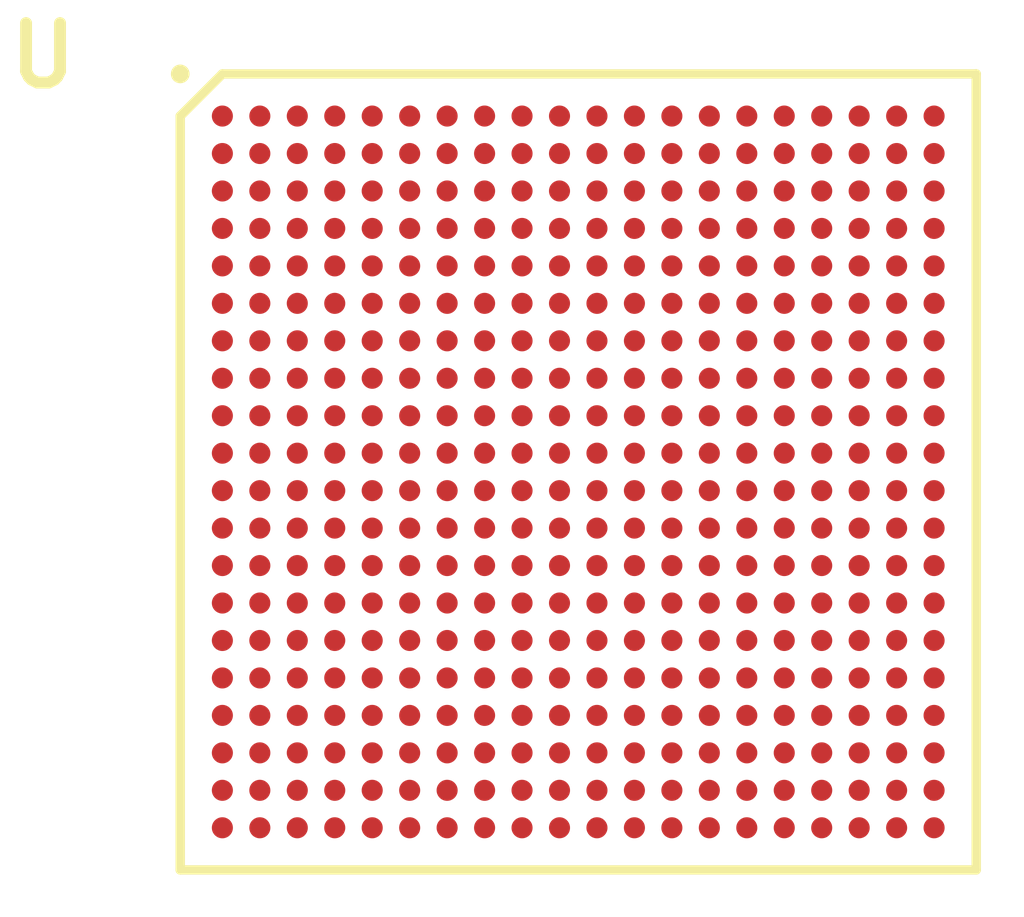
<source format=kicad_pcb>
(kicad_pcb (version 20171130) (host pcbnew "(5.1.8)-1")

  (general
    (thickness 1.6)
    (drawings 0)
    (tracks 0)
    (zones 0)
    (modules 1)
    (nets 401)
  )

  (page A4)
  (layers
    (0 F.Cu signal)
    (31 B.Cu signal)
    (32 B.Adhes user)
    (33 F.Adhes user)
    (34 B.Paste user)
    (35 F.Paste user)
    (36 B.SilkS user)
    (37 F.SilkS user)
    (38 B.Mask user)
    (39 F.Mask user)
    (40 Dwgs.User user)
    (41 Cmts.User user)
    (42 Eco1.User user)
    (43 Eco2.User user)
    (44 Edge.Cuts user)
    (45 Margin user)
    (46 B.CrtYd user)
    (47 F.CrtYd user)
    (48 B.Fab user)
    (49 F.Fab user)
  )

  (setup
    (last_trace_width 0.25)
    (trace_clearance 0.2)
    (zone_clearance 0.508)
    (zone_45_only no)
    (trace_min 0.2)
    (via_size 0.8)
    (via_drill 0.4)
    (via_min_size 0.4)
    (via_min_drill 0.3)
    (uvia_size 0.3)
    (uvia_drill 0.1)
    (uvias_allowed no)
    (uvia_min_size 0.2)
    (uvia_min_drill 0.1)
    (edge_width 0.05)
    (segment_width 0.2)
    (pcb_text_width 0.3)
    (pcb_text_size 1.5 1.5)
    (mod_edge_width 0.12)
    (mod_text_size 1 1)
    (mod_text_width 0.15)
    (pad_size 1.524 1.524)
    (pad_drill 0.762)
    (pad_to_mask_clearance 0)
    (aux_axis_origin 0 0)
    (visible_elements FFFFFF7F)
    (pcbplotparams
      (layerselection 0x010fc_ffffffff)
      (usegerberextensions false)
      (usegerberattributes true)
      (usegerberadvancedattributes true)
      (creategerberjobfile true)
      (excludeedgelayer true)
      (linewidth 0.100000)
      (plotframeref false)
      (viasonmask false)
      (mode 1)
      (useauxorigin false)
      (hpglpennumber 1)
      (hpglpenspeed 20)
      (hpglpendiameter 15.000000)
      (psnegative false)
      (psa4output false)
      (plotreference true)
      (plotvalue true)
      (plotinvisibletext false)
      (padsonsilk false)
      (subtractmaskfromsilk false)
      (outputformat 1)
      (mirror false)
      (drillshape 1)
      (scaleselection 1)
      (outputdirectory ""))
  )

  (net 0 "")
  (net 1 "Net-(U1-PadA1)")
  (net 2 "Net-(U1-PadA2)")
  (net 3 "Net-(U1-PadA3)")
  (net 4 "Net-(U1-PadA4)")
  (net 5 "Net-(U1-PadA5)")
  (net 6 "Net-(U1-PadA6)")
  (net 7 "Net-(U1-PadA7)")
  (net 8 "Net-(U1-PadA8)")
  (net 9 "Net-(U1-PadA9)")
  (net 10 "Net-(U1-PadA10)")
  (net 11 "Net-(U1-PadA11)")
  (net 12 "Net-(U1-PadA12)")
  (net 13 "Net-(U1-PadA13)")
  (net 14 "Net-(U1-PadA14)")
  (net 15 "Net-(U1-PadA15)")
  (net 16 "Net-(U1-PadA16)")
  (net 17 "Net-(U1-PadA17)")
  (net 18 "Net-(U1-PadA18)")
  (net 19 "Net-(U1-PadA19)")
  (net 20 "Net-(U1-PadA20)")
  (net 21 "Net-(U1-PadB1)")
  (net 22 "Net-(U1-PadB2)")
  (net 23 "Net-(U1-PadB3)")
  (net 24 "Net-(U1-PadB4)")
  (net 25 "Net-(U1-PadB5)")
  (net 26 "Net-(U1-PadB6)")
  (net 27 "Net-(U1-PadB7)")
  (net 28 "Net-(U1-PadB8)")
  (net 29 "Net-(U1-PadB9)")
  (net 30 "Net-(U1-PadB10)")
  (net 31 "Net-(U1-PadB11)")
  (net 32 "Net-(U1-PadB12)")
  (net 33 "Net-(U1-PadB13)")
  (net 34 "Net-(U1-PadB14)")
  (net 35 "Net-(U1-PadB15)")
  (net 36 "Net-(U1-PadB16)")
  (net 37 "Net-(U1-PadB17)")
  (net 38 "Net-(U1-PadB18)")
  (net 39 "Net-(U1-PadB19)")
  (net 40 "Net-(U1-PadB20)")
  (net 41 "Net-(U1-PadC1)")
  (net 42 "Net-(U1-PadC2)")
  (net 43 "Net-(U1-PadC3)")
  (net 44 "Net-(U1-PadC4)")
  (net 45 "Net-(U1-PadC5)")
  (net 46 "Net-(U1-PadC6)")
  (net 47 "Net-(U1-PadC7)")
  (net 48 "Net-(U1-PadC8)")
  (net 49 "Net-(U1-PadC9)")
  (net 50 "Net-(U1-PadC10)")
  (net 51 "Net-(U1-PadC11)")
  (net 52 "Net-(U1-PadC12)")
  (net 53 "Net-(U1-PadC13)")
  (net 54 "Net-(U1-PadC14)")
  (net 55 "Net-(U1-PadC15)")
  (net 56 "Net-(U1-PadC16)")
  (net 57 "Net-(U1-PadC17)")
  (net 58 "Net-(U1-PadC18)")
  (net 59 "Net-(U1-PadC19)")
  (net 60 "Net-(U1-PadC20)")
  (net 61 "Net-(U1-PadD1)")
  (net 62 "Net-(U1-PadD2)")
  (net 63 "Net-(U1-PadD3)")
  (net 64 "Net-(U1-PadD4)")
  (net 65 "Net-(U1-PadD5)")
  (net 66 "Net-(U1-PadD6)")
  (net 67 "Net-(U1-PadD7)")
  (net 68 "Net-(U1-PadD8)")
  (net 69 "Net-(U1-PadD9)")
  (net 70 "Net-(U1-PadD10)")
  (net 71 "Net-(U1-PadD11)")
  (net 72 "Net-(U1-PadD12)")
  (net 73 "Net-(U1-PadD13)")
  (net 74 "Net-(U1-PadD14)")
  (net 75 "Net-(U1-PadD15)")
  (net 76 "Net-(U1-PadD16)")
  (net 77 "Net-(U1-PadD17)")
  (net 78 "Net-(U1-PadD18)")
  (net 79 "Net-(U1-PadD19)")
  (net 80 "Net-(U1-PadD20)")
  (net 81 "Net-(U1-PadE1)")
  (net 82 "Net-(U1-PadE2)")
  (net 83 "Net-(U1-PadE3)")
  (net 84 "Net-(U1-PadE4)")
  (net 85 "Net-(U1-PadE5)")
  (net 86 "Net-(U1-PadE6)")
  (net 87 "Net-(U1-PadE7)")
  (net 88 "Net-(U1-PadE8)")
  (net 89 "Net-(U1-PadE9)")
  (net 90 "Net-(U1-PadE10)")
  (net 91 "Net-(U1-PadE11)")
  (net 92 "Net-(U1-PadE12)")
  (net 93 "Net-(U1-PadE13)")
  (net 94 "Net-(U1-PadE14)")
  (net 95 "Net-(U1-PadE15)")
  (net 96 "Net-(U1-PadE16)")
  (net 97 "Net-(U1-PadE17)")
  (net 98 "Net-(U1-PadE18)")
  (net 99 "Net-(U1-PadE19)")
  (net 100 "Net-(U1-PadE20)")
  (net 101 "Net-(U1-PadF1)")
  (net 102 "Net-(U1-PadF2)")
  (net 103 "Net-(U1-PadF3)")
  (net 104 "Net-(U1-PadF4)")
  (net 105 "Net-(U1-PadF5)")
  (net 106 "Net-(U1-PadF6)")
  (net 107 "Net-(U1-PadF7)")
  (net 108 "Net-(U1-PadF8)")
  (net 109 "Net-(U1-PadF9)")
  (net 110 "Net-(U1-PadF10)")
  (net 111 "Net-(U1-PadF11)")
  (net 112 "Net-(U1-PadF12)")
  (net 113 "Net-(U1-PadF13)")
  (net 114 "Net-(U1-PadF14)")
  (net 115 "Net-(U1-PadF15)")
  (net 116 "Net-(U1-PadF16)")
  (net 117 "Net-(U1-PadF17)")
  (net 118 "Net-(U1-PadF18)")
  (net 119 "Net-(U1-PadF19)")
  (net 120 "Net-(U1-PadF20)")
  (net 121 "Net-(U1-PadG1)")
  (net 122 "Net-(U1-PadG2)")
  (net 123 "Net-(U1-PadG3)")
  (net 124 "Net-(U1-PadG4)")
  (net 125 "Net-(U1-PadG5)")
  (net 126 "Net-(U1-PadG6)")
  (net 127 "Net-(U1-PadG7)")
  (net 128 "Net-(U1-PadG8)")
  (net 129 "Net-(U1-PadG9)")
  (net 130 "Net-(U1-PadG10)")
  (net 131 "Net-(U1-PadG11)")
  (net 132 "Net-(U1-PadG12)")
  (net 133 "Net-(U1-PadG13)")
  (net 134 "Net-(U1-PadG14)")
  (net 135 "Net-(U1-PadG15)")
  (net 136 "Net-(U1-PadG16)")
  (net 137 "Net-(U1-PadG17)")
  (net 138 "Net-(U1-PadG18)")
  (net 139 "Net-(U1-PadG19)")
  (net 140 "Net-(U1-PadG20)")
  (net 141 "Net-(U1-PadH1)")
  (net 142 "Net-(U1-PadH2)")
  (net 143 "Net-(U1-PadH3)")
  (net 144 "Net-(U1-PadH4)")
  (net 145 "Net-(U1-PadH5)")
  (net 146 "Net-(U1-PadH6)")
  (net 147 "Net-(U1-PadH7)")
  (net 148 "Net-(U1-PadH8)")
  (net 149 "Net-(U1-PadH9)")
  (net 150 "Net-(U1-PadH10)")
  (net 151 "Net-(U1-PadH11)")
  (net 152 "Net-(U1-PadH12)")
  (net 153 "Net-(U1-PadH13)")
  (net 154 "Net-(U1-PadH14)")
  (net 155 "Net-(U1-PadH15)")
  (net 156 "Net-(U1-PadH16)")
  (net 157 "Net-(U1-PadH17)")
  (net 158 "Net-(U1-PadH18)")
  (net 159 "Net-(U1-PadH19)")
  (net 160 "Net-(U1-PadH20)")
  (net 161 "Net-(U1-PadJ1)")
  (net 162 "Net-(U1-PadJ2)")
  (net 163 "Net-(U1-PadJ3)")
  (net 164 "Net-(U1-PadJ4)")
  (net 165 "Net-(U1-PadJ5)")
  (net 166 "Net-(U1-PadJ6)")
  (net 167 "Net-(U1-PadJ7)")
  (net 168 "Net-(U1-PadJ8)")
  (net 169 "Net-(U1-PadJ9)")
  (net 170 "Net-(U1-PadJ10)")
  (net 171 "Net-(U1-PadJ11)")
  (net 172 "Net-(U1-PadJ12)")
  (net 173 "Net-(U1-PadJ13)")
  (net 174 "Net-(U1-PadJ14)")
  (net 175 "Net-(U1-PadJ15)")
  (net 176 "Net-(U1-PadJ16)")
  (net 177 "Net-(U1-PadJ17)")
  (net 178 "Net-(U1-PadJ18)")
  (net 179 "Net-(U1-PadJ19)")
  (net 180 "Net-(U1-PadJ20)")
  (net 181 "Net-(U1-PadK1)")
  (net 182 "Net-(U1-PadK2)")
  (net 183 "Net-(U1-PadK3)")
  (net 184 "Net-(U1-PadK4)")
  (net 185 "Net-(U1-PadK5)")
  (net 186 "Net-(U1-PadK6)")
  (net 187 "Net-(U1-PadK7)")
  (net 188 "Net-(U1-PadK8)")
  (net 189 "Net-(U1-PadK9)")
  (net 190 "Net-(U1-PadK10)")
  (net 191 "Net-(U1-PadK11)")
  (net 192 "Net-(U1-PadK12)")
  (net 193 "Net-(U1-PadK13)")
  (net 194 "Net-(U1-PadK14)")
  (net 195 "Net-(U1-PadK15)")
  (net 196 "Net-(U1-PadK16)")
  (net 197 "Net-(U1-PadK17)")
  (net 198 "Net-(U1-PadK18)")
  (net 199 "Net-(U1-PadK19)")
  (net 200 "Net-(U1-PadK20)")
  (net 201 "Net-(U1-PadL1)")
  (net 202 "Net-(U1-PadL2)")
  (net 203 "Net-(U1-PadL3)")
  (net 204 "Net-(U1-PadL4)")
  (net 205 "Net-(U1-PadL5)")
  (net 206 "Net-(U1-PadL6)")
  (net 207 "Net-(U1-PadL7)")
  (net 208 "Net-(U1-PadL8)")
  (net 209 "Net-(U1-PadL9)")
  (net 210 "Net-(U1-PadL10)")
  (net 211 "Net-(U1-PadL11)")
  (net 212 "Net-(U1-PadL12)")
  (net 213 "Net-(U1-PadL13)")
  (net 214 "Net-(U1-PadL14)")
  (net 215 "Net-(U1-PadL15)")
  (net 216 "Net-(U1-PadL16)")
  (net 217 "Net-(U1-PadL17)")
  (net 218 "Net-(U1-PadL18)")
  (net 219 "Net-(U1-PadL19)")
  (net 220 "Net-(U1-PadL20)")
  (net 221 "Net-(U1-PadM1)")
  (net 222 "Net-(U1-PadM2)")
  (net 223 "Net-(U1-PadM3)")
  (net 224 "Net-(U1-PadM4)")
  (net 225 "Net-(U1-PadM5)")
  (net 226 "Net-(U1-PadM6)")
  (net 227 "Net-(U1-PadM7)")
  (net 228 "Net-(U1-PadM8)")
  (net 229 "Net-(U1-PadM9)")
  (net 230 "Net-(U1-PadM10)")
  (net 231 "Net-(U1-PadM11)")
  (net 232 "Net-(U1-PadM12)")
  (net 233 "Net-(U1-PadM13)")
  (net 234 "Net-(U1-PadM14)")
  (net 235 "Net-(U1-PadM15)")
  (net 236 "Net-(U1-PadM16)")
  (net 237 "Net-(U1-PadM17)")
  (net 238 "Net-(U1-PadM18)")
  (net 239 "Net-(U1-PadM19)")
  (net 240 "Net-(U1-PadM20)")
  (net 241 "Net-(U1-PadN1)")
  (net 242 "Net-(U1-PadN2)")
  (net 243 "Net-(U1-PadN3)")
  (net 244 "Net-(U1-PadN4)")
  (net 245 "Net-(U1-PadN5)")
  (net 246 "Net-(U1-PadN6)")
  (net 247 "Net-(U1-PadN7)")
  (net 248 "Net-(U1-PadN8)")
  (net 249 "Net-(U1-PadN9)")
  (net 250 "Net-(U1-PadN10)")
  (net 251 "Net-(U1-PadN11)")
  (net 252 "Net-(U1-PadN12)")
  (net 253 "Net-(U1-PadN13)")
  (net 254 "Net-(U1-PadN14)")
  (net 255 "Net-(U1-PadN15)")
  (net 256 "Net-(U1-PadN16)")
  (net 257 "Net-(U1-PadN17)")
  (net 258 "Net-(U1-PadN18)")
  (net 259 "Net-(U1-PadN19)")
  (net 260 "Net-(U1-PadN20)")
  (net 261 "Net-(U1-PadP1)")
  (net 262 "Net-(U1-PadP2)")
  (net 263 "Net-(U1-PadP3)")
  (net 264 "Net-(U1-PadP4)")
  (net 265 "Net-(U1-PadP5)")
  (net 266 "Net-(U1-PadP6)")
  (net 267 "Net-(U1-PadP7)")
  (net 268 "Net-(U1-PadP8)")
  (net 269 "Net-(U1-PadP9)")
  (net 270 "Net-(U1-PadP10)")
  (net 271 "Net-(U1-PadP11)")
  (net 272 "Net-(U1-PadP12)")
  (net 273 "Net-(U1-PadP13)")
  (net 274 "Net-(U1-PadP14)")
  (net 275 "Net-(U1-PadP15)")
  (net 276 "Net-(U1-PadP16)")
  (net 277 "Net-(U1-PadP17)")
  (net 278 "Net-(U1-PadP18)")
  (net 279 "Net-(U1-PadP19)")
  (net 280 "Net-(U1-PadP20)")
  (net 281 "Net-(U1-PadR1)")
  (net 282 "Net-(U1-PadR2)")
  (net 283 "Net-(U1-PadR3)")
  (net 284 "Net-(U1-PadR4)")
  (net 285 "Net-(U1-PadR5)")
  (net 286 "Net-(U1-PadR6)")
  (net 287 "Net-(U1-PadR7)")
  (net 288 "Net-(U1-PadR8)")
  (net 289 "Net-(U1-PadR9)")
  (net 290 "Net-(U1-PadR10)")
  (net 291 "Net-(U1-PadR11)")
  (net 292 "Net-(U1-PadR12)")
  (net 293 "Net-(U1-PadR13)")
  (net 294 "Net-(U1-PadR14)")
  (net 295 "Net-(U1-PadR15)")
  (net 296 "Net-(U1-PadR16)")
  (net 297 "Net-(U1-PadR17)")
  (net 298 "Net-(U1-PadR18)")
  (net 299 "Net-(U1-PadR19)")
  (net 300 "Net-(U1-PadR20)")
  (net 301 "Net-(U1-PadT1)")
  (net 302 "Net-(U1-PadT2)")
  (net 303 "Net-(U1-PadT3)")
  (net 304 "Net-(U1-PadT4)")
  (net 305 "Net-(U1-PadT5)")
  (net 306 "Net-(U1-PadT6)")
  (net 307 "Net-(U1-PadT7)")
  (net 308 "Net-(U1-PadT8)")
  (net 309 "Net-(U1-PadT9)")
  (net 310 "Net-(U1-PadT10)")
  (net 311 "Net-(U1-PadT11)")
  (net 312 "Net-(U1-PadT12)")
  (net 313 "Net-(U1-PadT13)")
  (net 314 "Net-(U1-PadT14)")
  (net 315 "Net-(U1-PadT15)")
  (net 316 "Net-(U1-PadT16)")
  (net 317 "Net-(U1-PadT17)")
  (net 318 "Net-(U1-PadT18)")
  (net 319 "Net-(U1-PadT19)")
  (net 320 "Net-(U1-PadT20)")
  (net 321 "Net-(U1-PadU1)")
  (net 322 "Net-(U1-PadU2)")
  (net 323 "Net-(U1-PadU3)")
  (net 324 "Net-(U1-PadU4)")
  (net 325 "Net-(U1-PadU5)")
  (net 326 "Net-(U1-PadU6)")
  (net 327 "Net-(U1-PadU7)")
  (net 328 "Net-(U1-PadU8)")
  (net 329 "Net-(U1-PadU9)")
  (net 330 "Net-(U1-PadU10)")
  (net 331 "Net-(U1-PadU11)")
  (net 332 "Net-(U1-PadU12)")
  (net 333 "Net-(U1-PadU13)")
  (net 334 "Net-(U1-PadU14)")
  (net 335 "Net-(U1-PadU15)")
  (net 336 "Net-(U1-PadU16)")
  (net 337 "Net-(U1-PadU17)")
  (net 338 "Net-(U1-PadU18)")
  (net 339 "Net-(U1-PadU19)")
  (net 340 "Net-(U1-PadU20)")
  (net 341 "Net-(U1-PadV1)")
  (net 342 "Net-(U1-PadV2)")
  (net 343 "Net-(U1-PadV3)")
  (net 344 "Net-(U1-PadV4)")
  (net 345 "Net-(U1-PadV5)")
  (net 346 "Net-(U1-PadV6)")
  (net 347 "Net-(U1-PadV7)")
  (net 348 "Net-(U1-PadV8)")
  (net 349 "Net-(U1-PadV9)")
  (net 350 "Net-(U1-PadV10)")
  (net 351 "Net-(U1-PadV11)")
  (net 352 "Net-(U1-PadV12)")
  (net 353 "Net-(U1-PadV13)")
  (net 354 "Net-(U1-PadV14)")
  (net 355 "Net-(U1-PadV15)")
  (net 356 "Net-(U1-PadV16)")
  (net 357 "Net-(U1-PadV17)")
  (net 358 "Net-(U1-PadV18)")
  (net 359 "Net-(U1-PadV19)")
  (net 360 "Net-(U1-PadV20)")
  (net 361 "Net-(U1-PadW1)")
  (net 362 "Net-(U1-PadW2)")
  (net 363 "Net-(U1-PadW3)")
  (net 364 "Net-(U1-PadW4)")
  (net 365 "Net-(U1-PadW5)")
  (net 366 "Net-(U1-PadW6)")
  (net 367 "Net-(U1-PadW7)")
  (net 368 "Net-(U1-PadW8)")
  (net 369 "Net-(U1-PadW9)")
  (net 370 "Net-(U1-PadW10)")
  (net 371 "Net-(U1-PadW11)")
  (net 372 "Net-(U1-PadW12)")
  (net 373 "Net-(U1-PadW13)")
  (net 374 "Net-(U1-PadW14)")
  (net 375 "Net-(U1-PadW15)")
  (net 376 "Net-(U1-PadW16)")
  (net 377 "Net-(U1-PadW17)")
  (net 378 "Net-(U1-PadW18)")
  (net 379 "Net-(U1-PadW19)")
  (net 380 "Net-(U1-PadW20)")
  (net 381 "Net-(U1-PadY1)")
  (net 382 "Net-(U1-PadY2)")
  (net 383 "Net-(U1-PadY3)")
  (net 384 "Net-(U1-PadY4)")
  (net 385 "Net-(U1-PadY5)")
  (net 386 "Net-(U1-PadY6)")
  (net 387 "Net-(U1-PadY7)")
  (net 388 "Net-(U1-PadY8)")
  (net 389 "Net-(U1-PadY9)")
  (net 390 "Net-(U1-PadY10)")
  (net 391 "Net-(U1-PadY11)")
  (net 392 "Net-(U1-PadY12)")
  (net 393 "Net-(U1-PadY13)")
  (net 394 "Net-(U1-PadY14)")
  (net 395 "Net-(U1-PadY15)")
  (net 396 "Net-(U1-PadY16)")
  (net 397 "Net-(U1-PadY17)")
  (net 398 "Net-(U1-PadY18)")
  (net 399 "Net-(U1-PadY19)")
  (net 400 "Net-(U1-PadY20)")

  (net_class Default "This is the default net class."
    (clearance 0.2)
    (trace_width 0.25)
    (via_dia 0.8)
    (via_drill 0.4)
    (uvia_dia 0.3)
    (uvia_drill 0.1)
    (add_net "Net-(U1-PadA1)")
    (add_net "Net-(U1-PadA10)")
    (add_net "Net-(U1-PadA11)")
    (add_net "Net-(U1-PadA12)")
    (add_net "Net-(U1-PadA13)")
    (add_net "Net-(U1-PadA14)")
    (add_net "Net-(U1-PadA15)")
    (add_net "Net-(U1-PadA16)")
    (add_net "Net-(U1-PadA17)")
    (add_net "Net-(U1-PadA18)")
    (add_net "Net-(U1-PadA19)")
    (add_net "Net-(U1-PadA2)")
    (add_net "Net-(U1-PadA20)")
    (add_net "Net-(U1-PadA3)")
    (add_net "Net-(U1-PadA4)")
    (add_net "Net-(U1-PadA5)")
    (add_net "Net-(U1-PadA6)")
    (add_net "Net-(U1-PadA7)")
    (add_net "Net-(U1-PadA8)")
    (add_net "Net-(U1-PadA9)")
    (add_net "Net-(U1-PadB1)")
    (add_net "Net-(U1-PadB10)")
    (add_net "Net-(U1-PadB11)")
    (add_net "Net-(U1-PadB12)")
    (add_net "Net-(U1-PadB13)")
    (add_net "Net-(U1-PadB14)")
    (add_net "Net-(U1-PadB15)")
    (add_net "Net-(U1-PadB16)")
    (add_net "Net-(U1-PadB17)")
    (add_net "Net-(U1-PadB18)")
    (add_net "Net-(U1-PadB19)")
    (add_net "Net-(U1-PadB2)")
    (add_net "Net-(U1-PadB20)")
    (add_net "Net-(U1-PadB3)")
    (add_net "Net-(U1-PadB4)")
    (add_net "Net-(U1-PadB5)")
    (add_net "Net-(U1-PadB6)")
    (add_net "Net-(U1-PadB7)")
    (add_net "Net-(U1-PadB8)")
    (add_net "Net-(U1-PadB9)")
    (add_net "Net-(U1-PadC1)")
    (add_net "Net-(U1-PadC10)")
    (add_net "Net-(U1-PadC11)")
    (add_net "Net-(U1-PadC12)")
    (add_net "Net-(U1-PadC13)")
    (add_net "Net-(U1-PadC14)")
    (add_net "Net-(U1-PadC15)")
    (add_net "Net-(U1-PadC16)")
    (add_net "Net-(U1-PadC17)")
    (add_net "Net-(U1-PadC18)")
    (add_net "Net-(U1-PadC19)")
    (add_net "Net-(U1-PadC2)")
    (add_net "Net-(U1-PadC20)")
    (add_net "Net-(U1-PadC3)")
    (add_net "Net-(U1-PadC4)")
    (add_net "Net-(U1-PadC5)")
    (add_net "Net-(U1-PadC6)")
    (add_net "Net-(U1-PadC7)")
    (add_net "Net-(U1-PadC8)")
    (add_net "Net-(U1-PadC9)")
    (add_net "Net-(U1-PadD1)")
    (add_net "Net-(U1-PadD10)")
    (add_net "Net-(U1-PadD11)")
    (add_net "Net-(U1-PadD12)")
    (add_net "Net-(U1-PadD13)")
    (add_net "Net-(U1-PadD14)")
    (add_net "Net-(U1-PadD15)")
    (add_net "Net-(U1-PadD16)")
    (add_net "Net-(U1-PadD17)")
    (add_net "Net-(U1-PadD18)")
    (add_net "Net-(U1-PadD19)")
    (add_net "Net-(U1-PadD2)")
    (add_net "Net-(U1-PadD20)")
    (add_net "Net-(U1-PadD3)")
    (add_net "Net-(U1-PadD4)")
    (add_net "Net-(U1-PadD5)")
    (add_net "Net-(U1-PadD6)")
    (add_net "Net-(U1-PadD7)")
    (add_net "Net-(U1-PadD8)")
    (add_net "Net-(U1-PadD9)")
    (add_net "Net-(U1-PadE1)")
    (add_net "Net-(U1-PadE10)")
    (add_net "Net-(U1-PadE11)")
    (add_net "Net-(U1-PadE12)")
    (add_net "Net-(U1-PadE13)")
    (add_net "Net-(U1-PadE14)")
    (add_net "Net-(U1-PadE15)")
    (add_net "Net-(U1-PadE16)")
    (add_net "Net-(U1-PadE17)")
    (add_net "Net-(U1-PadE18)")
    (add_net "Net-(U1-PadE19)")
    (add_net "Net-(U1-PadE2)")
    (add_net "Net-(U1-PadE20)")
    (add_net "Net-(U1-PadE3)")
    (add_net "Net-(U1-PadE4)")
    (add_net "Net-(U1-PadE5)")
    (add_net "Net-(U1-PadE6)")
    (add_net "Net-(U1-PadE7)")
    (add_net "Net-(U1-PadE8)")
    (add_net "Net-(U1-PadE9)")
    (add_net "Net-(U1-PadF1)")
    (add_net "Net-(U1-PadF10)")
    (add_net "Net-(U1-PadF11)")
    (add_net "Net-(U1-PadF12)")
    (add_net "Net-(U1-PadF13)")
    (add_net "Net-(U1-PadF14)")
    (add_net "Net-(U1-PadF15)")
    (add_net "Net-(U1-PadF16)")
    (add_net "Net-(U1-PadF17)")
    (add_net "Net-(U1-PadF18)")
    (add_net "Net-(U1-PadF19)")
    (add_net "Net-(U1-PadF2)")
    (add_net "Net-(U1-PadF20)")
    (add_net "Net-(U1-PadF3)")
    (add_net "Net-(U1-PadF4)")
    (add_net "Net-(U1-PadF5)")
    (add_net "Net-(U1-PadF6)")
    (add_net "Net-(U1-PadF7)")
    (add_net "Net-(U1-PadF8)")
    (add_net "Net-(U1-PadF9)")
    (add_net "Net-(U1-PadG1)")
    (add_net "Net-(U1-PadG10)")
    (add_net "Net-(U1-PadG11)")
    (add_net "Net-(U1-PadG12)")
    (add_net "Net-(U1-PadG13)")
    (add_net "Net-(U1-PadG14)")
    (add_net "Net-(U1-PadG15)")
    (add_net "Net-(U1-PadG16)")
    (add_net "Net-(U1-PadG17)")
    (add_net "Net-(U1-PadG18)")
    (add_net "Net-(U1-PadG19)")
    (add_net "Net-(U1-PadG2)")
    (add_net "Net-(U1-PadG20)")
    (add_net "Net-(U1-PadG3)")
    (add_net "Net-(U1-PadG4)")
    (add_net "Net-(U1-PadG5)")
    (add_net "Net-(U1-PadG6)")
    (add_net "Net-(U1-PadG7)")
    (add_net "Net-(U1-PadG8)")
    (add_net "Net-(U1-PadG9)")
    (add_net "Net-(U1-PadH1)")
    (add_net "Net-(U1-PadH10)")
    (add_net "Net-(U1-PadH11)")
    (add_net "Net-(U1-PadH12)")
    (add_net "Net-(U1-PadH13)")
    (add_net "Net-(U1-PadH14)")
    (add_net "Net-(U1-PadH15)")
    (add_net "Net-(U1-PadH16)")
    (add_net "Net-(U1-PadH17)")
    (add_net "Net-(U1-PadH18)")
    (add_net "Net-(U1-PadH19)")
    (add_net "Net-(U1-PadH2)")
    (add_net "Net-(U1-PadH20)")
    (add_net "Net-(U1-PadH3)")
    (add_net "Net-(U1-PadH4)")
    (add_net "Net-(U1-PadH5)")
    (add_net "Net-(U1-PadH6)")
    (add_net "Net-(U1-PadH7)")
    (add_net "Net-(U1-PadH8)")
    (add_net "Net-(U1-PadH9)")
    (add_net "Net-(U1-PadJ1)")
    (add_net "Net-(U1-PadJ10)")
    (add_net "Net-(U1-PadJ11)")
    (add_net "Net-(U1-PadJ12)")
    (add_net "Net-(U1-PadJ13)")
    (add_net "Net-(U1-PadJ14)")
    (add_net "Net-(U1-PadJ15)")
    (add_net "Net-(U1-PadJ16)")
    (add_net "Net-(U1-PadJ17)")
    (add_net "Net-(U1-PadJ18)")
    (add_net "Net-(U1-PadJ19)")
    (add_net "Net-(U1-PadJ2)")
    (add_net "Net-(U1-PadJ20)")
    (add_net "Net-(U1-PadJ3)")
    (add_net "Net-(U1-PadJ4)")
    (add_net "Net-(U1-PadJ5)")
    (add_net "Net-(U1-PadJ6)")
    (add_net "Net-(U1-PadJ7)")
    (add_net "Net-(U1-PadJ8)")
    (add_net "Net-(U1-PadJ9)")
    (add_net "Net-(U1-PadK1)")
    (add_net "Net-(U1-PadK10)")
    (add_net "Net-(U1-PadK11)")
    (add_net "Net-(U1-PadK12)")
    (add_net "Net-(U1-PadK13)")
    (add_net "Net-(U1-PadK14)")
    (add_net "Net-(U1-PadK15)")
    (add_net "Net-(U1-PadK16)")
    (add_net "Net-(U1-PadK17)")
    (add_net "Net-(U1-PadK18)")
    (add_net "Net-(U1-PadK19)")
    (add_net "Net-(U1-PadK2)")
    (add_net "Net-(U1-PadK20)")
    (add_net "Net-(U1-PadK3)")
    (add_net "Net-(U1-PadK4)")
    (add_net "Net-(U1-PadK5)")
    (add_net "Net-(U1-PadK6)")
    (add_net "Net-(U1-PadK7)")
    (add_net "Net-(U1-PadK8)")
    (add_net "Net-(U1-PadK9)")
    (add_net "Net-(U1-PadL1)")
    (add_net "Net-(U1-PadL10)")
    (add_net "Net-(U1-PadL11)")
    (add_net "Net-(U1-PadL12)")
    (add_net "Net-(U1-PadL13)")
    (add_net "Net-(U1-PadL14)")
    (add_net "Net-(U1-PadL15)")
    (add_net "Net-(U1-PadL16)")
    (add_net "Net-(U1-PadL17)")
    (add_net "Net-(U1-PadL18)")
    (add_net "Net-(U1-PadL19)")
    (add_net "Net-(U1-PadL2)")
    (add_net "Net-(U1-PadL20)")
    (add_net "Net-(U1-PadL3)")
    (add_net "Net-(U1-PadL4)")
    (add_net "Net-(U1-PadL5)")
    (add_net "Net-(U1-PadL6)")
    (add_net "Net-(U1-PadL7)")
    (add_net "Net-(U1-PadL8)")
    (add_net "Net-(U1-PadL9)")
    (add_net "Net-(U1-PadM1)")
    (add_net "Net-(U1-PadM10)")
    (add_net "Net-(U1-PadM11)")
    (add_net "Net-(U1-PadM12)")
    (add_net "Net-(U1-PadM13)")
    (add_net "Net-(U1-PadM14)")
    (add_net "Net-(U1-PadM15)")
    (add_net "Net-(U1-PadM16)")
    (add_net "Net-(U1-PadM17)")
    (add_net "Net-(U1-PadM18)")
    (add_net "Net-(U1-PadM19)")
    (add_net "Net-(U1-PadM2)")
    (add_net "Net-(U1-PadM20)")
    (add_net "Net-(U1-PadM3)")
    (add_net "Net-(U1-PadM4)")
    (add_net "Net-(U1-PadM5)")
    (add_net "Net-(U1-PadM6)")
    (add_net "Net-(U1-PadM7)")
    (add_net "Net-(U1-PadM8)")
    (add_net "Net-(U1-PadM9)")
    (add_net "Net-(U1-PadN1)")
    (add_net "Net-(U1-PadN10)")
    (add_net "Net-(U1-PadN11)")
    (add_net "Net-(U1-PadN12)")
    (add_net "Net-(U1-PadN13)")
    (add_net "Net-(U1-PadN14)")
    (add_net "Net-(U1-PadN15)")
    (add_net "Net-(U1-PadN16)")
    (add_net "Net-(U1-PadN17)")
    (add_net "Net-(U1-PadN18)")
    (add_net "Net-(U1-PadN19)")
    (add_net "Net-(U1-PadN2)")
    (add_net "Net-(U1-PadN20)")
    (add_net "Net-(U1-PadN3)")
    (add_net "Net-(U1-PadN4)")
    (add_net "Net-(U1-PadN5)")
    (add_net "Net-(U1-PadN6)")
    (add_net "Net-(U1-PadN7)")
    (add_net "Net-(U1-PadN8)")
    (add_net "Net-(U1-PadN9)")
    (add_net "Net-(U1-PadP1)")
    (add_net "Net-(U1-PadP10)")
    (add_net "Net-(U1-PadP11)")
    (add_net "Net-(U1-PadP12)")
    (add_net "Net-(U1-PadP13)")
    (add_net "Net-(U1-PadP14)")
    (add_net "Net-(U1-PadP15)")
    (add_net "Net-(U1-PadP16)")
    (add_net "Net-(U1-PadP17)")
    (add_net "Net-(U1-PadP18)")
    (add_net "Net-(U1-PadP19)")
    (add_net "Net-(U1-PadP2)")
    (add_net "Net-(U1-PadP20)")
    (add_net "Net-(U1-PadP3)")
    (add_net "Net-(U1-PadP4)")
    (add_net "Net-(U1-PadP5)")
    (add_net "Net-(U1-PadP6)")
    (add_net "Net-(U1-PadP7)")
    (add_net "Net-(U1-PadP8)")
    (add_net "Net-(U1-PadP9)")
    (add_net "Net-(U1-PadR1)")
    (add_net "Net-(U1-PadR10)")
    (add_net "Net-(U1-PadR11)")
    (add_net "Net-(U1-PadR12)")
    (add_net "Net-(U1-PadR13)")
    (add_net "Net-(U1-PadR14)")
    (add_net "Net-(U1-PadR15)")
    (add_net "Net-(U1-PadR16)")
    (add_net "Net-(U1-PadR17)")
    (add_net "Net-(U1-PadR18)")
    (add_net "Net-(U1-PadR19)")
    (add_net "Net-(U1-PadR2)")
    (add_net "Net-(U1-PadR20)")
    (add_net "Net-(U1-PadR3)")
    (add_net "Net-(U1-PadR4)")
    (add_net "Net-(U1-PadR5)")
    (add_net "Net-(U1-PadR6)")
    (add_net "Net-(U1-PadR7)")
    (add_net "Net-(U1-PadR8)")
    (add_net "Net-(U1-PadR9)")
    (add_net "Net-(U1-PadT1)")
    (add_net "Net-(U1-PadT10)")
    (add_net "Net-(U1-PadT11)")
    (add_net "Net-(U1-PadT12)")
    (add_net "Net-(U1-PadT13)")
    (add_net "Net-(U1-PadT14)")
    (add_net "Net-(U1-PadT15)")
    (add_net "Net-(U1-PadT16)")
    (add_net "Net-(U1-PadT17)")
    (add_net "Net-(U1-PadT18)")
    (add_net "Net-(U1-PadT19)")
    (add_net "Net-(U1-PadT2)")
    (add_net "Net-(U1-PadT20)")
    (add_net "Net-(U1-PadT3)")
    (add_net "Net-(U1-PadT4)")
    (add_net "Net-(U1-PadT5)")
    (add_net "Net-(U1-PadT6)")
    (add_net "Net-(U1-PadT7)")
    (add_net "Net-(U1-PadT8)")
    (add_net "Net-(U1-PadT9)")
    (add_net "Net-(U1-PadU1)")
    (add_net "Net-(U1-PadU10)")
    (add_net "Net-(U1-PadU11)")
    (add_net "Net-(U1-PadU12)")
    (add_net "Net-(U1-PadU13)")
    (add_net "Net-(U1-PadU14)")
    (add_net "Net-(U1-PadU15)")
    (add_net "Net-(U1-PadU16)")
    (add_net "Net-(U1-PadU17)")
    (add_net "Net-(U1-PadU18)")
    (add_net "Net-(U1-PadU19)")
    (add_net "Net-(U1-PadU2)")
    (add_net "Net-(U1-PadU20)")
    (add_net "Net-(U1-PadU3)")
    (add_net "Net-(U1-PadU4)")
    (add_net "Net-(U1-PadU5)")
    (add_net "Net-(U1-PadU6)")
    (add_net "Net-(U1-PadU7)")
    (add_net "Net-(U1-PadU8)")
    (add_net "Net-(U1-PadU9)")
    (add_net "Net-(U1-PadV1)")
    (add_net "Net-(U1-PadV10)")
    (add_net "Net-(U1-PadV11)")
    (add_net "Net-(U1-PadV12)")
    (add_net "Net-(U1-PadV13)")
    (add_net "Net-(U1-PadV14)")
    (add_net "Net-(U1-PadV15)")
    (add_net "Net-(U1-PadV16)")
    (add_net "Net-(U1-PadV17)")
    (add_net "Net-(U1-PadV18)")
    (add_net "Net-(U1-PadV19)")
    (add_net "Net-(U1-PadV2)")
    (add_net "Net-(U1-PadV20)")
    (add_net "Net-(U1-PadV3)")
    (add_net "Net-(U1-PadV4)")
    (add_net "Net-(U1-PadV5)")
    (add_net "Net-(U1-PadV6)")
    (add_net "Net-(U1-PadV7)")
    (add_net "Net-(U1-PadV8)")
    (add_net "Net-(U1-PadV9)")
    (add_net "Net-(U1-PadW1)")
    (add_net "Net-(U1-PadW10)")
    (add_net "Net-(U1-PadW11)")
    (add_net "Net-(U1-PadW12)")
    (add_net "Net-(U1-PadW13)")
    (add_net "Net-(U1-PadW14)")
    (add_net "Net-(U1-PadW15)")
    (add_net "Net-(U1-PadW16)")
    (add_net "Net-(U1-PadW17)")
    (add_net "Net-(U1-PadW18)")
    (add_net "Net-(U1-PadW19)")
    (add_net "Net-(U1-PadW2)")
    (add_net "Net-(U1-PadW20)")
    (add_net "Net-(U1-PadW3)")
    (add_net "Net-(U1-PadW4)")
    (add_net "Net-(U1-PadW5)")
    (add_net "Net-(U1-PadW6)")
    (add_net "Net-(U1-PadW7)")
    (add_net "Net-(U1-PadW8)")
    (add_net "Net-(U1-PadW9)")
    (add_net "Net-(U1-PadY1)")
    (add_net "Net-(U1-PadY10)")
    (add_net "Net-(U1-PadY11)")
    (add_net "Net-(U1-PadY12)")
    (add_net "Net-(U1-PadY13)")
    (add_net "Net-(U1-PadY14)")
    (add_net "Net-(U1-PadY15)")
    (add_net "Net-(U1-PadY16)")
    (add_net "Net-(U1-PadY17)")
    (add_net "Net-(U1-PadY18)")
    (add_net "Net-(U1-PadY19)")
    (add_net "Net-(U1-PadY2)")
    (add_net "Net-(U1-PadY20)")
    (add_net "Net-(U1-PadY3)")
    (add_net "Net-(U1-PadY4)")
    (add_net "Net-(U1-PadY5)")
    (add_net "Net-(U1-PadY6)")
    (add_net "Net-(U1-PadY7)")
    (add_net "Net-(U1-PadY8)")
    (add_net "Net-(U1-PadY9)")
  )

  (module Package_BGA:BGA400C80P20X20_1700X1700X160 (layer F.Cu) (tedit 0) (tstamp 6004ADA8)
    (at 68.58 74.93)
    (descr CLG400)
    (tags "Integrated Circuit")
    (path /600BEF6A)
    (attr smd)
    (fp_text reference U (at -11.43 -8.89) (layer F.SilkS)
      (effects (font (size 1.27 1.27) (thickness 0.254)))
    )
    (fp_text value XA7Z020-1CLG400Q (at 0 0) (layer F.SilkS) hide
      (effects (font (size 1.27 1.27) (thickness 0.254)))
    )
    (fp_text user %R (at 0 0) (layer F.Fab)
      (effects (font (size 1.27 1.27) (thickness 0.254)))
    )
    (fp_line (start -9.5 -9.5) (end 9.5 -9.5) (layer F.CrtYd) (width 0.05))
    (fp_line (start 9.5 -9.5) (end 9.5 9.5) (layer F.CrtYd) (width 0.05))
    (fp_line (start 9.5 9.5) (end -9.5 9.5) (layer F.CrtYd) (width 0.05))
    (fp_line (start -9.5 9.5) (end -9.5 -9.5) (layer F.CrtYd) (width 0.05))
    (fp_line (start -8.5 -8.5) (end 8.5 -8.5) (layer F.Fab) (width 0.1))
    (fp_line (start 8.5 -8.5) (end 8.5 8.5) (layer F.Fab) (width 0.1))
    (fp_line (start 8.5 8.5) (end -8.5 8.5) (layer F.Fab) (width 0.1))
    (fp_line (start -8.5 8.5) (end -8.5 -8.5) (layer F.Fab) (width 0.1))
    (fp_line (start -8.5 -4.25) (end -4.25 -8.5) (layer F.Fab) (width 0.1))
    (fp_line (start -7.6 -8.5) (end 8.5 -8.5) (layer F.SilkS) (width 0.2))
    (fp_line (start 8.5 -8.5) (end 8.5 8.5) (layer F.SilkS) (width 0.2))
    (fp_line (start 8.5 8.5) (end -8.5 8.5) (layer F.SilkS) (width 0.2))
    (fp_line (start -8.5 8.5) (end -8.5 -7.6) (layer F.SilkS) (width 0.2))
    (fp_line (start -8.5 -7.6) (end -7.6 -8.5) (layer F.SilkS) (width 0.2))
    (fp_circle (center -8.5 -8.5) (end -8.5 -8.4) (layer F.SilkS) (width 0.2))
    (pad A1 smd circle (at -7.6 -7.6 90) (size 0.45 0.45) (layers F.Cu F.Paste F.Mask)
      (net 1 "Net-(U1-PadA1)"))
    (pad A2 smd circle (at -6.8 -7.6 90) (size 0.45 0.45) (layers F.Cu F.Paste F.Mask)
      (net 2 "Net-(U1-PadA2)"))
    (pad A3 smd circle (at -6 -7.6 90) (size 0.45 0.45) (layers F.Cu F.Paste F.Mask)
      (net 3 "Net-(U1-PadA3)"))
    (pad A4 smd circle (at -5.2 -7.6 90) (size 0.45 0.45) (layers F.Cu F.Paste F.Mask)
      (net 4 "Net-(U1-PadA4)"))
    (pad A5 smd circle (at -4.4 -7.6 90) (size 0.45 0.45) (layers F.Cu F.Paste F.Mask)
      (net 5 "Net-(U1-PadA5)"))
    (pad A6 smd circle (at -3.6 -7.6 90) (size 0.45 0.45) (layers F.Cu F.Paste F.Mask)
      (net 6 "Net-(U1-PadA6)"))
    (pad A7 smd circle (at -2.8 -7.6 90) (size 0.45 0.45) (layers F.Cu F.Paste F.Mask)
      (net 7 "Net-(U1-PadA7)"))
    (pad A8 smd circle (at -2 -7.6 90) (size 0.45 0.45) (layers F.Cu F.Paste F.Mask)
      (net 8 "Net-(U1-PadA8)"))
    (pad A9 smd circle (at -1.2 -7.6 90) (size 0.45 0.45) (layers F.Cu F.Paste F.Mask)
      (net 9 "Net-(U1-PadA9)"))
    (pad A10 smd circle (at -0.4 -7.6 90) (size 0.45 0.45) (layers F.Cu F.Paste F.Mask)
      (net 10 "Net-(U1-PadA10)"))
    (pad A11 smd circle (at 0.4 -7.6 90) (size 0.45 0.45) (layers F.Cu F.Paste F.Mask)
      (net 11 "Net-(U1-PadA11)"))
    (pad A12 smd circle (at 1.2 -7.6 90) (size 0.45 0.45) (layers F.Cu F.Paste F.Mask)
      (net 12 "Net-(U1-PadA12)"))
    (pad A13 smd circle (at 2 -7.6 90) (size 0.45 0.45) (layers F.Cu F.Paste F.Mask)
      (net 13 "Net-(U1-PadA13)"))
    (pad A14 smd circle (at 2.8 -7.6 90) (size 0.45 0.45) (layers F.Cu F.Paste F.Mask)
      (net 14 "Net-(U1-PadA14)"))
    (pad A15 smd circle (at 3.6 -7.6 90) (size 0.45 0.45) (layers F.Cu F.Paste F.Mask)
      (net 15 "Net-(U1-PadA15)"))
    (pad A16 smd circle (at 4.4 -7.6 90) (size 0.45 0.45) (layers F.Cu F.Paste F.Mask)
      (net 16 "Net-(U1-PadA16)"))
    (pad A17 smd circle (at 5.2 -7.6 90) (size 0.45 0.45) (layers F.Cu F.Paste F.Mask)
      (net 17 "Net-(U1-PadA17)"))
    (pad A18 smd circle (at 6 -7.6 90) (size 0.45 0.45) (layers F.Cu F.Paste F.Mask)
      (net 18 "Net-(U1-PadA18)"))
    (pad A19 smd circle (at 6.8 -7.6 90) (size 0.45 0.45) (layers F.Cu F.Paste F.Mask)
      (net 19 "Net-(U1-PadA19)"))
    (pad A20 smd circle (at 7.6 -7.6 90) (size 0.45 0.45) (layers F.Cu F.Paste F.Mask)
      (net 20 "Net-(U1-PadA20)"))
    (pad B1 smd circle (at -7.6 -6.8 90) (size 0.45 0.45) (layers F.Cu F.Paste F.Mask)
      (net 21 "Net-(U1-PadB1)"))
    (pad B2 smd circle (at -6.8 -6.8 90) (size 0.45 0.45) (layers F.Cu F.Paste F.Mask)
      (net 22 "Net-(U1-PadB2)"))
    (pad B3 smd circle (at -6 -6.8 90) (size 0.45 0.45) (layers F.Cu F.Paste F.Mask)
      (net 23 "Net-(U1-PadB3)"))
    (pad B4 smd circle (at -5.2 -6.8 90) (size 0.45 0.45) (layers F.Cu F.Paste F.Mask)
      (net 24 "Net-(U1-PadB4)"))
    (pad B5 smd circle (at -4.4 -6.8 90) (size 0.45 0.45) (layers F.Cu F.Paste F.Mask)
      (net 25 "Net-(U1-PadB5)"))
    (pad B6 smd circle (at -3.6 -6.8 90) (size 0.45 0.45) (layers F.Cu F.Paste F.Mask)
      (net 26 "Net-(U1-PadB6)"))
    (pad B7 smd circle (at -2.8 -6.8 90) (size 0.45 0.45) (layers F.Cu F.Paste F.Mask)
      (net 27 "Net-(U1-PadB7)"))
    (pad B8 smd circle (at -2 -6.8 90) (size 0.45 0.45) (layers F.Cu F.Paste F.Mask)
      (net 28 "Net-(U1-PadB8)"))
    (pad B9 smd circle (at -1.2 -6.8 90) (size 0.45 0.45) (layers F.Cu F.Paste F.Mask)
      (net 29 "Net-(U1-PadB9)"))
    (pad B10 smd circle (at -0.4 -6.8 90) (size 0.45 0.45) (layers F.Cu F.Paste F.Mask)
      (net 30 "Net-(U1-PadB10)"))
    (pad B11 smd circle (at 0.4 -6.8 90) (size 0.45 0.45) (layers F.Cu F.Paste F.Mask)
      (net 31 "Net-(U1-PadB11)"))
    (pad B12 smd circle (at 1.2 -6.8 90) (size 0.45 0.45) (layers F.Cu F.Paste F.Mask)
      (net 32 "Net-(U1-PadB12)"))
    (pad B13 smd circle (at 2 -6.8 90) (size 0.45 0.45) (layers F.Cu F.Paste F.Mask)
      (net 33 "Net-(U1-PadB13)"))
    (pad B14 smd circle (at 2.8 -6.8 90) (size 0.45 0.45) (layers F.Cu F.Paste F.Mask)
      (net 34 "Net-(U1-PadB14)"))
    (pad B15 smd circle (at 3.6 -6.8 90) (size 0.45 0.45) (layers F.Cu F.Paste F.Mask)
      (net 35 "Net-(U1-PadB15)"))
    (pad B16 smd circle (at 4.4 -6.8 90) (size 0.45 0.45) (layers F.Cu F.Paste F.Mask)
      (net 36 "Net-(U1-PadB16)"))
    (pad B17 smd circle (at 5.2 -6.8 90) (size 0.45 0.45) (layers F.Cu F.Paste F.Mask)
      (net 37 "Net-(U1-PadB17)"))
    (pad B18 smd circle (at 6 -6.8 90) (size 0.45 0.45) (layers F.Cu F.Paste F.Mask)
      (net 38 "Net-(U1-PadB18)"))
    (pad B19 smd circle (at 6.8 -6.8 90) (size 0.45 0.45) (layers F.Cu F.Paste F.Mask)
      (net 39 "Net-(U1-PadB19)"))
    (pad B20 smd circle (at 7.6 -6.8 90) (size 0.45 0.45) (layers F.Cu F.Paste F.Mask)
      (net 40 "Net-(U1-PadB20)"))
    (pad C1 smd circle (at -7.6 -6 90) (size 0.45 0.45) (layers F.Cu F.Paste F.Mask)
      (net 41 "Net-(U1-PadC1)"))
    (pad C2 smd circle (at -6.8 -6 90) (size 0.45 0.45) (layers F.Cu F.Paste F.Mask)
      (net 42 "Net-(U1-PadC2)"))
    (pad C3 smd circle (at -6 -6 90) (size 0.45 0.45) (layers F.Cu F.Paste F.Mask)
      (net 43 "Net-(U1-PadC3)"))
    (pad C4 smd circle (at -5.2 -6 90) (size 0.45 0.45) (layers F.Cu F.Paste F.Mask)
      (net 44 "Net-(U1-PadC4)"))
    (pad C5 smd circle (at -4.4 -6 90) (size 0.45 0.45) (layers F.Cu F.Paste F.Mask)
      (net 45 "Net-(U1-PadC5)"))
    (pad C6 smd circle (at -3.6 -6 90) (size 0.45 0.45) (layers F.Cu F.Paste F.Mask)
      (net 46 "Net-(U1-PadC6)"))
    (pad C7 smd circle (at -2.8 -6 90) (size 0.45 0.45) (layers F.Cu F.Paste F.Mask)
      (net 47 "Net-(U1-PadC7)"))
    (pad C8 smd circle (at -2 -6 90) (size 0.45 0.45) (layers F.Cu F.Paste F.Mask)
      (net 48 "Net-(U1-PadC8)"))
    (pad C9 smd circle (at -1.2 -6 90) (size 0.45 0.45) (layers F.Cu F.Paste F.Mask)
      (net 49 "Net-(U1-PadC9)"))
    (pad C10 smd circle (at -0.4 -6 90) (size 0.45 0.45) (layers F.Cu F.Paste F.Mask)
      (net 50 "Net-(U1-PadC10)"))
    (pad C11 smd circle (at 0.4 -6 90) (size 0.45 0.45) (layers F.Cu F.Paste F.Mask)
      (net 51 "Net-(U1-PadC11)"))
    (pad C12 smd circle (at 1.2 -6 90) (size 0.45 0.45) (layers F.Cu F.Paste F.Mask)
      (net 52 "Net-(U1-PadC12)"))
    (pad C13 smd circle (at 2 -6 90) (size 0.45 0.45) (layers F.Cu F.Paste F.Mask)
      (net 53 "Net-(U1-PadC13)"))
    (pad C14 smd circle (at 2.8 -6 90) (size 0.45 0.45) (layers F.Cu F.Paste F.Mask)
      (net 54 "Net-(U1-PadC14)"))
    (pad C15 smd circle (at 3.6 -6 90) (size 0.45 0.45) (layers F.Cu F.Paste F.Mask)
      (net 55 "Net-(U1-PadC15)"))
    (pad C16 smd circle (at 4.4 -6 90) (size 0.45 0.45) (layers F.Cu F.Paste F.Mask)
      (net 56 "Net-(U1-PadC16)"))
    (pad C17 smd circle (at 5.2 -6 90) (size 0.45 0.45) (layers F.Cu F.Paste F.Mask)
      (net 57 "Net-(U1-PadC17)"))
    (pad C18 smd circle (at 6 -6 90) (size 0.45 0.45) (layers F.Cu F.Paste F.Mask)
      (net 58 "Net-(U1-PadC18)"))
    (pad C19 smd circle (at 6.8 -6 90) (size 0.45 0.45) (layers F.Cu F.Paste F.Mask)
      (net 59 "Net-(U1-PadC19)"))
    (pad C20 smd circle (at 7.6 -6 90) (size 0.45 0.45) (layers F.Cu F.Paste F.Mask)
      (net 60 "Net-(U1-PadC20)"))
    (pad D1 smd circle (at -7.6 -5.2 90) (size 0.45 0.45) (layers F.Cu F.Paste F.Mask)
      (net 61 "Net-(U1-PadD1)"))
    (pad D2 smd circle (at -6.8 -5.2 90) (size 0.45 0.45) (layers F.Cu F.Paste F.Mask)
      (net 62 "Net-(U1-PadD2)"))
    (pad D3 smd circle (at -6 -5.2 90) (size 0.45 0.45) (layers F.Cu F.Paste F.Mask)
      (net 63 "Net-(U1-PadD3)"))
    (pad D4 smd circle (at -5.2 -5.2 90) (size 0.45 0.45) (layers F.Cu F.Paste F.Mask)
      (net 64 "Net-(U1-PadD4)"))
    (pad D5 smd circle (at -4.4 -5.2 90) (size 0.45 0.45) (layers F.Cu F.Paste F.Mask)
      (net 65 "Net-(U1-PadD5)"))
    (pad D6 smd circle (at -3.6 -5.2 90) (size 0.45 0.45) (layers F.Cu F.Paste F.Mask)
      (net 66 "Net-(U1-PadD6)"))
    (pad D7 smd circle (at -2.8 -5.2 90) (size 0.45 0.45) (layers F.Cu F.Paste F.Mask)
      (net 67 "Net-(U1-PadD7)"))
    (pad D8 smd circle (at -2 -5.2 90) (size 0.45 0.45) (layers F.Cu F.Paste F.Mask)
      (net 68 "Net-(U1-PadD8)"))
    (pad D9 smd circle (at -1.2 -5.2 90) (size 0.45 0.45) (layers F.Cu F.Paste F.Mask)
      (net 69 "Net-(U1-PadD9)"))
    (pad D10 smd circle (at -0.4 -5.2 90) (size 0.45 0.45) (layers F.Cu F.Paste F.Mask)
      (net 70 "Net-(U1-PadD10)"))
    (pad D11 smd circle (at 0.4 -5.2 90) (size 0.45 0.45) (layers F.Cu F.Paste F.Mask)
      (net 71 "Net-(U1-PadD11)"))
    (pad D12 smd circle (at 1.2 -5.2 90) (size 0.45 0.45) (layers F.Cu F.Paste F.Mask)
      (net 72 "Net-(U1-PadD12)"))
    (pad D13 smd circle (at 2 -5.2 90) (size 0.45 0.45) (layers F.Cu F.Paste F.Mask)
      (net 73 "Net-(U1-PadD13)"))
    (pad D14 smd circle (at 2.8 -5.2 90) (size 0.45 0.45) (layers F.Cu F.Paste F.Mask)
      (net 74 "Net-(U1-PadD14)"))
    (pad D15 smd circle (at 3.6 -5.2 90) (size 0.45 0.45) (layers F.Cu F.Paste F.Mask)
      (net 75 "Net-(U1-PadD15)"))
    (pad D16 smd circle (at 4.4 -5.2 90) (size 0.45 0.45) (layers F.Cu F.Paste F.Mask)
      (net 76 "Net-(U1-PadD16)"))
    (pad D17 smd circle (at 5.2 -5.2 90) (size 0.45 0.45) (layers F.Cu F.Paste F.Mask)
      (net 77 "Net-(U1-PadD17)"))
    (pad D18 smd circle (at 6 -5.2 90) (size 0.45 0.45) (layers F.Cu F.Paste F.Mask)
      (net 78 "Net-(U1-PadD18)"))
    (pad D19 smd circle (at 6.8 -5.2 90) (size 0.45 0.45) (layers F.Cu F.Paste F.Mask)
      (net 79 "Net-(U1-PadD19)"))
    (pad D20 smd circle (at 7.6 -5.2 90) (size 0.45 0.45) (layers F.Cu F.Paste F.Mask)
      (net 80 "Net-(U1-PadD20)"))
    (pad E1 smd circle (at -7.6 -4.4 90) (size 0.45 0.45) (layers F.Cu F.Paste F.Mask)
      (net 81 "Net-(U1-PadE1)"))
    (pad E2 smd circle (at -6.8 -4.4 90) (size 0.45 0.45) (layers F.Cu F.Paste F.Mask)
      (net 82 "Net-(U1-PadE2)"))
    (pad E3 smd circle (at -6 -4.4 90) (size 0.45 0.45) (layers F.Cu F.Paste F.Mask)
      (net 83 "Net-(U1-PadE3)"))
    (pad E4 smd circle (at -5.2 -4.4 90) (size 0.45 0.45) (layers F.Cu F.Paste F.Mask)
      (net 84 "Net-(U1-PadE4)"))
    (pad E5 smd circle (at -4.4 -4.4 90) (size 0.45 0.45) (layers F.Cu F.Paste F.Mask)
      (net 85 "Net-(U1-PadE5)"))
    (pad E6 smd circle (at -3.6 -4.4 90) (size 0.45 0.45) (layers F.Cu F.Paste F.Mask)
      (net 86 "Net-(U1-PadE6)"))
    (pad E7 smd circle (at -2.8 -4.4 90) (size 0.45 0.45) (layers F.Cu F.Paste F.Mask)
      (net 87 "Net-(U1-PadE7)"))
    (pad E8 smd circle (at -2 -4.4 90) (size 0.45 0.45) (layers F.Cu F.Paste F.Mask)
      (net 88 "Net-(U1-PadE8)"))
    (pad E9 smd circle (at -1.2 -4.4 90) (size 0.45 0.45) (layers F.Cu F.Paste F.Mask)
      (net 89 "Net-(U1-PadE9)"))
    (pad E10 smd circle (at -0.4 -4.4 90) (size 0.45 0.45) (layers F.Cu F.Paste F.Mask)
      (net 90 "Net-(U1-PadE10)"))
    (pad E11 smd circle (at 0.4 -4.4 90) (size 0.45 0.45) (layers F.Cu F.Paste F.Mask)
      (net 91 "Net-(U1-PadE11)"))
    (pad E12 smd circle (at 1.2 -4.4 90) (size 0.45 0.45) (layers F.Cu F.Paste F.Mask)
      (net 92 "Net-(U1-PadE12)"))
    (pad E13 smd circle (at 2 -4.4 90) (size 0.45 0.45) (layers F.Cu F.Paste F.Mask)
      (net 93 "Net-(U1-PadE13)"))
    (pad E14 smd circle (at 2.8 -4.4 90) (size 0.45 0.45) (layers F.Cu F.Paste F.Mask)
      (net 94 "Net-(U1-PadE14)"))
    (pad E15 smd circle (at 3.6 -4.4 90) (size 0.45 0.45) (layers F.Cu F.Paste F.Mask)
      (net 95 "Net-(U1-PadE15)"))
    (pad E16 smd circle (at 4.4 -4.4 90) (size 0.45 0.45) (layers F.Cu F.Paste F.Mask)
      (net 96 "Net-(U1-PadE16)"))
    (pad E17 smd circle (at 5.2 -4.4 90) (size 0.45 0.45) (layers F.Cu F.Paste F.Mask)
      (net 97 "Net-(U1-PadE17)"))
    (pad E18 smd circle (at 6 -4.4 90) (size 0.45 0.45) (layers F.Cu F.Paste F.Mask)
      (net 98 "Net-(U1-PadE18)"))
    (pad E19 smd circle (at 6.8 -4.4 90) (size 0.45 0.45) (layers F.Cu F.Paste F.Mask)
      (net 99 "Net-(U1-PadE19)"))
    (pad E20 smd circle (at 7.6 -4.4 90) (size 0.45 0.45) (layers F.Cu F.Paste F.Mask)
      (net 100 "Net-(U1-PadE20)"))
    (pad F1 smd circle (at -7.6 -3.6 90) (size 0.45 0.45) (layers F.Cu F.Paste F.Mask)
      (net 101 "Net-(U1-PadF1)"))
    (pad F2 smd circle (at -6.8 -3.6 90) (size 0.45 0.45) (layers F.Cu F.Paste F.Mask)
      (net 102 "Net-(U1-PadF2)"))
    (pad F3 smd circle (at -6 -3.6 90) (size 0.45 0.45) (layers F.Cu F.Paste F.Mask)
      (net 103 "Net-(U1-PadF3)"))
    (pad F4 smd circle (at -5.2 -3.6 90) (size 0.45 0.45) (layers F.Cu F.Paste F.Mask)
      (net 104 "Net-(U1-PadF4)"))
    (pad F5 smd circle (at -4.4 -3.6 90) (size 0.45 0.45) (layers F.Cu F.Paste F.Mask)
      (net 105 "Net-(U1-PadF5)"))
    (pad F6 smd circle (at -3.6 -3.6 90) (size 0.45 0.45) (layers F.Cu F.Paste F.Mask)
      (net 106 "Net-(U1-PadF6)"))
    (pad F7 smd circle (at -2.8 -3.6 90) (size 0.45 0.45) (layers F.Cu F.Paste F.Mask)
      (net 107 "Net-(U1-PadF7)"))
    (pad F8 smd circle (at -2 -3.6 90) (size 0.45 0.45) (layers F.Cu F.Paste F.Mask)
      (net 108 "Net-(U1-PadF8)"))
    (pad F9 smd circle (at -1.2 -3.6 90) (size 0.45 0.45) (layers F.Cu F.Paste F.Mask)
      (net 109 "Net-(U1-PadF9)"))
    (pad F10 smd circle (at -0.4 -3.6 90) (size 0.45 0.45) (layers F.Cu F.Paste F.Mask)
      (net 110 "Net-(U1-PadF10)"))
    (pad F11 smd circle (at 0.4 -3.6 90) (size 0.45 0.45) (layers F.Cu F.Paste F.Mask)
      (net 111 "Net-(U1-PadF11)"))
    (pad F12 smd circle (at 1.2 -3.6 90) (size 0.45 0.45) (layers F.Cu F.Paste F.Mask)
      (net 112 "Net-(U1-PadF12)"))
    (pad F13 smd circle (at 2 -3.6 90) (size 0.45 0.45) (layers F.Cu F.Paste F.Mask)
      (net 113 "Net-(U1-PadF13)"))
    (pad F14 smd circle (at 2.8 -3.6 90) (size 0.45 0.45) (layers F.Cu F.Paste F.Mask)
      (net 114 "Net-(U1-PadF14)"))
    (pad F15 smd circle (at 3.6 -3.6 90) (size 0.45 0.45) (layers F.Cu F.Paste F.Mask)
      (net 115 "Net-(U1-PadF15)"))
    (pad F16 smd circle (at 4.4 -3.6 90) (size 0.45 0.45) (layers F.Cu F.Paste F.Mask)
      (net 116 "Net-(U1-PadF16)"))
    (pad F17 smd circle (at 5.2 -3.6 90) (size 0.45 0.45) (layers F.Cu F.Paste F.Mask)
      (net 117 "Net-(U1-PadF17)"))
    (pad F18 smd circle (at 6 -3.6 90) (size 0.45 0.45) (layers F.Cu F.Paste F.Mask)
      (net 118 "Net-(U1-PadF18)"))
    (pad F19 smd circle (at 6.8 -3.6 90) (size 0.45 0.45) (layers F.Cu F.Paste F.Mask)
      (net 119 "Net-(U1-PadF19)"))
    (pad F20 smd circle (at 7.6 -3.6 90) (size 0.45 0.45) (layers F.Cu F.Paste F.Mask)
      (net 120 "Net-(U1-PadF20)"))
    (pad G1 smd circle (at -7.6 -2.8 90) (size 0.45 0.45) (layers F.Cu F.Paste F.Mask)
      (net 121 "Net-(U1-PadG1)"))
    (pad G2 smd circle (at -6.8 -2.8 90) (size 0.45 0.45) (layers F.Cu F.Paste F.Mask)
      (net 122 "Net-(U1-PadG2)"))
    (pad G3 smd circle (at -6 -2.8 90) (size 0.45 0.45) (layers F.Cu F.Paste F.Mask)
      (net 123 "Net-(U1-PadG3)"))
    (pad G4 smd circle (at -5.2 -2.8 90) (size 0.45 0.45) (layers F.Cu F.Paste F.Mask)
      (net 124 "Net-(U1-PadG4)"))
    (pad G5 smd circle (at -4.4 -2.8 90) (size 0.45 0.45) (layers F.Cu F.Paste F.Mask)
      (net 125 "Net-(U1-PadG5)"))
    (pad G6 smd circle (at -3.6 -2.8 90) (size 0.45 0.45) (layers F.Cu F.Paste F.Mask)
      (net 126 "Net-(U1-PadG6)"))
    (pad G7 smd circle (at -2.8 -2.8 90) (size 0.45 0.45) (layers F.Cu F.Paste F.Mask)
      (net 127 "Net-(U1-PadG7)"))
    (pad G8 smd circle (at -2 -2.8 90) (size 0.45 0.45) (layers F.Cu F.Paste F.Mask)
      (net 128 "Net-(U1-PadG8)"))
    (pad G9 smd circle (at -1.2 -2.8 90) (size 0.45 0.45) (layers F.Cu F.Paste F.Mask)
      (net 129 "Net-(U1-PadG9)"))
    (pad G10 smd circle (at -0.4 -2.8 90) (size 0.45 0.45) (layers F.Cu F.Paste F.Mask)
      (net 130 "Net-(U1-PadG10)"))
    (pad G11 smd circle (at 0.4 -2.8 90) (size 0.45 0.45) (layers F.Cu F.Paste F.Mask)
      (net 131 "Net-(U1-PadG11)"))
    (pad G12 smd circle (at 1.2 -2.8 90) (size 0.45 0.45) (layers F.Cu F.Paste F.Mask)
      (net 132 "Net-(U1-PadG12)"))
    (pad G13 smd circle (at 2 -2.8 90) (size 0.45 0.45) (layers F.Cu F.Paste F.Mask)
      (net 133 "Net-(U1-PadG13)"))
    (pad G14 smd circle (at 2.8 -2.8 90) (size 0.45 0.45) (layers F.Cu F.Paste F.Mask)
      (net 134 "Net-(U1-PadG14)"))
    (pad G15 smd circle (at 3.6 -2.8 90) (size 0.45 0.45) (layers F.Cu F.Paste F.Mask)
      (net 135 "Net-(U1-PadG15)"))
    (pad G16 smd circle (at 4.4 -2.8 90) (size 0.45 0.45) (layers F.Cu F.Paste F.Mask)
      (net 136 "Net-(U1-PadG16)"))
    (pad G17 smd circle (at 5.2 -2.8 90) (size 0.45 0.45) (layers F.Cu F.Paste F.Mask)
      (net 137 "Net-(U1-PadG17)"))
    (pad G18 smd circle (at 6 -2.8 90) (size 0.45 0.45) (layers F.Cu F.Paste F.Mask)
      (net 138 "Net-(U1-PadG18)"))
    (pad G19 smd circle (at 6.8 -2.8 90) (size 0.45 0.45) (layers F.Cu F.Paste F.Mask)
      (net 139 "Net-(U1-PadG19)"))
    (pad G20 smd circle (at 7.6 -2.8 90) (size 0.45 0.45) (layers F.Cu F.Paste F.Mask)
      (net 140 "Net-(U1-PadG20)"))
    (pad H1 smd circle (at -7.6 -2 90) (size 0.45 0.45) (layers F.Cu F.Paste F.Mask)
      (net 141 "Net-(U1-PadH1)"))
    (pad H2 smd circle (at -6.8 -2 90) (size 0.45 0.45) (layers F.Cu F.Paste F.Mask)
      (net 142 "Net-(U1-PadH2)"))
    (pad H3 smd circle (at -6 -2 90) (size 0.45 0.45) (layers F.Cu F.Paste F.Mask)
      (net 143 "Net-(U1-PadH3)"))
    (pad H4 smd circle (at -5.2 -2 90) (size 0.45 0.45) (layers F.Cu F.Paste F.Mask)
      (net 144 "Net-(U1-PadH4)"))
    (pad H5 smd circle (at -4.4 -2 90) (size 0.45 0.45) (layers F.Cu F.Paste F.Mask)
      (net 145 "Net-(U1-PadH5)"))
    (pad H6 smd circle (at -3.6 -2 90) (size 0.45 0.45) (layers F.Cu F.Paste F.Mask)
      (net 146 "Net-(U1-PadH6)"))
    (pad H7 smd circle (at -2.8 -2 90) (size 0.45 0.45) (layers F.Cu F.Paste F.Mask)
      (net 147 "Net-(U1-PadH7)"))
    (pad H8 smd circle (at -2 -2 90) (size 0.45 0.45) (layers F.Cu F.Paste F.Mask)
      (net 148 "Net-(U1-PadH8)"))
    (pad H9 smd circle (at -1.2 -2 90) (size 0.45 0.45) (layers F.Cu F.Paste F.Mask)
      (net 149 "Net-(U1-PadH9)"))
    (pad H10 smd circle (at -0.4 -2 90) (size 0.45 0.45) (layers F.Cu F.Paste F.Mask)
      (net 150 "Net-(U1-PadH10)"))
    (pad H11 smd circle (at 0.4 -2 90) (size 0.45 0.45) (layers F.Cu F.Paste F.Mask)
      (net 151 "Net-(U1-PadH11)"))
    (pad H12 smd circle (at 1.2 -2 90) (size 0.45 0.45) (layers F.Cu F.Paste F.Mask)
      (net 152 "Net-(U1-PadH12)"))
    (pad H13 smd circle (at 2 -2 90) (size 0.45 0.45) (layers F.Cu F.Paste F.Mask)
      (net 153 "Net-(U1-PadH13)"))
    (pad H14 smd circle (at 2.8 -2 90) (size 0.45 0.45) (layers F.Cu F.Paste F.Mask)
      (net 154 "Net-(U1-PadH14)"))
    (pad H15 smd circle (at 3.6 -2 90) (size 0.45 0.45) (layers F.Cu F.Paste F.Mask)
      (net 155 "Net-(U1-PadH15)"))
    (pad H16 smd circle (at 4.4 -2 90) (size 0.45 0.45) (layers F.Cu F.Paste F.Mask)
      (net 156 "Net-(U1-PadH16)"))
    (pad H17 smd circle (at 5.2 -2 90) (size 0.45 0.45) (layers F.Cu F.Paste F.Mask)
      (net 157 "Net-(U1-PadH17)"))
    (pad H18 smd circle (at 6 -2 90) (size 0.45 0.45) (layers F.Cu F.Paste F.Mask)
      (net 158 "Net-(U1-PadH18)"))
    (pad H19 smd circle (at 6.8 -2 90) (size 0.45 0.45) (layers F.Cu F.Paste F.Mask)
      (net 159 "Net-(U1-PadH19)"))
    (pad H20 smd circle (at 7.6 -2 90) (size 0.45 0.45) (layers F.Cu F.Paste F.Mask)
      (net 160 "Net-(U1-PadH20)"))
    (pad J1 smd circle (at -7.6 -1.2 90) (size 0.45 0.45) (layers F.Cu F.Paste F.Mask)
      (net 161 "Net-(U1-PadJ1)"))
    (pad J2 smd circle (at -6.8 -1.2 90) (size 0.45 0.45) (layers F.Cu F.Paste F.Mask)
      (net 162 "Net-(U1-PadJ2)"))
    (pad J3 smd circle (at -6 -1.2 90) (size 0.45 0.45) (layers F.Cu F.Paste F.Mask)
      (net 163 "Net-(U1-PadJ3)"))
    (pad J4 smd circle (at -5.2 -1.2 90) (size 0.45 0.45) (layers F.Cu F.Paste F.Mask)
      (net 164 "Net-(U1-PadJ4)"))
    (pad J5 smd circle (at -4.4 -1.2 90) (size 0.45 0.45) (layers F.Cu F.Paste F.Mask)
      (net 165 "Net-(U1-PadJ5)"))
    (pad J6 smd circle (at -3.6 -1.2 90) (size 0.45 0.45) (layers F.Cu F.Paste F.Mask)
      (net 166 "Net-(U1-PadJ6)"))
    (pad J7 smd circle (at -2.8 -1.2 90) (size 0.45 0.45) (layers F.Cu F.Paste F.Mask)
      (net 167 "Net-(U1-PadJ7)"))
    (pad J8 smd circle (at -2 -1.2 90) (size 0.45 0.45) (layers F.Cu F.Paste F.Mask)
      (net 168 "Net-(U1-PadJ8)"))
    (pad J9 smd circle (at -1.2 -1.2 90) (size 0.45 0.45) (layers F.Cu F.Paste F.Mask)
      (net 169 "Net-(U1-PadJ9)"))
    (pad J10 smd circle (at -0.4 -1.2 90) (size 0.45 0.45) (layers F.Cu F.Paste F.Mask)
      (net 170 "Net-(U1-PadJ10)"))
    (pad J11 smd circle (at 0.4 -1.2 90) (size 0.45 0.45) (layers F.Cu F.Paste F.Mask)
      (net 171 "Net-(U1-PadJ11)"))
    (pad J12 smd circle (at 1.2 -1.2 90) (size 0.45 0.45) (layers F.Cu F.Paste F.Mask)
      (net 172 "Net-(U1-PadJ12)"))
    (pad J13 smd circle (at 2 -1.2 90) (size 0.45 0.45) (layers F.Cu F.Paste F.Mask)
      (net 173 "Net-(U1-PadJ13)"))
    (pad J14 smd circle (at 2.8 -1.2 90) (size 0.45 0.45) (layers F.Cu F.Paste F.Mask)
      (net 174 "Net-(U1-PadJ14)"))
    (pad J15 smd circle (at 3.6 -1.2 90) (size 0.45 0.45) (layers F.Cu F.Paste F.Mask)
      (net 175 "Net-(U1-PadJ15)"))
    (pad J16 smd circle (at 4.4 -1.2 90) (size 0.45 0.45) (layers F.Cu F.Paste F.Mask)
      (net 176 "Net-(U1-PadJ16)"))
    (pad J17 smd circle (at 5.2 -1.2 90) (size 0.45 0.45) (layers F.Cu F.Paste F.Mask)
      (net 177 "Net-(U1-PadJ17)"))
    (pad J18 smd circle (at 6 -1.2 90) (size 0.45 0.45) (layers F.Cu F.Paste F.Mask)
      (net 178 "Net-(U1-PadJ18)"))
    (pad J19 smd circle (at 6.8 -1.2 90) (size 0.45 0.45) (layers F.Cu F.Paste F.Mask)
      (net 179 "Net-(U1-PadJ19)"))
    (pad J20 smd circle (at 7.6 -1.2 90) (size 0.45 0.45) (layers F.Cu F.Paste F.Mask)
      (net 180 "Net-(U1-PadJ20)"))
    (pad K1 smd circle (at -7.6 -0.4 90) (size 0.45 0.45) (layers F.Cu F.Paste F.Mask)
      (net 181 "Net-(U1-PadK1)"))
    (pad K2 smd circle (at -6.8 -0.4 90) (size 0.45 0.45) (layers F.Cu F.Paste F.Mask)
      (net 182 "Net-(U1-PadK2)"))
    (pad K3 smd circle (at -6 -0.4 90) (size 0.45 0.45) (layers F.Cu F.Paste F.Mask)
      (net 183 "Net-(U1-PadK3)"))
    (pad K4 smd circle (at -5.2 -0.4 90) (size 0.45 0.45) (layers F.Cu F.Paste F.Mask)
      (net 184 "Net-(U1-PadK4)"))
    (pad K5 smd circle (at -4.4 -0.4 90) (size 0.45 0.45) (layers F.Cu F.Paste F.Mask)
      (net 185 "Net-(U1-PadK5)"))
    (pad K6 smd circle (at -3.6 -0.4 90) (size 0.45 0.45) (layers F.Cu F.Paste F.Mask)
      (net 186 "Net-(U1-PadK6)"))
    (pad K7 smd circle (at -2.8 -0.4 90) (size 0.45 0.45) (layers F.Cu F.Paste F.Mask)
      (net 187 "Net-(U1-PadK7)"))
    (pad K8 smd circle (at -2 -0.4 90) (size 0.45 0.45) (layers F.Cu F.Paste F.Mask)
      (net 188 "Net-(U1-PadK8)"))
    (pad K9 smd circle (at -1.2 -0.4 90) (size 0.45 0.45) (layers F.Cu F.Paste F.Mask)
      (net 189 "Net-(U1-PadK9)"))
    (pad K10 smd circle (at -0.4 -0.4 90) (size 0.45 0.45) (layers F.Cu F.Paste F.Mask)
      (net 190 "Net-(U1-PadK10)"))
    (pad K11 smd circle (at 0.4 -0.4 90) (size 0.45 0.45) (layers F.Cu F.Paste F.Mask)
      (net 191 "Net-(U1-PadK11)"))
    (pad K12 smd circle (at 1.2 -0.4 90) (size 0.45 0.45) (layers F.Cu F.Paste F.Mask)
      (net 192 "Net-(U1-PadK12)"))
    (pad K13 smd circle (at 2 -0.4 90) (size 0.45 0.45) (layers F.Cu F.Paste F.Mask)
      (net 193 "Net-(U1-PadK13)"))
    (pad K14 smd circle (at 2.8 -0.4 90) (size 0.45 0.45) (layers F.Cu F.Paste F.Mask)
      (net 194 "Net-(U1-PadK14)"))
    (pad K15 smd circle (at 3.6 -0.4 90) (size 0.45 0.45) (layers F.Cu F.Paste F.Mask)
      (net 195 "Net-(U1-PadK15)"))
    (pad K16 smd circle (at 4.4 -0.4 90) (size 0.45 0.45) (layers F.Cu F.Paste F.Mask)
      (net 196 "Net-(U1-PadK16)"))
    (pad K17 smd circle (at 5.2 -0.4 90) (size 0.45 0.45) (layers F.Cu F.Paste F.Mask)
      (net 197 "Net-(U1-PadK17)"))
    (pad K18 smd circle (at 6 -0.4 90) (size 0.45 0.45) (layers F.Cu F.Paste F.Mask)
      (net 198 "Net-(U1-PadK18)"))
    (pad K19 smd circle (at 6.8 -0.4 90) (size 0.45 0.45) (layers F.Cu F.Paste F.Mask)
      (net 199 "Net-(U1-PadK19)"))
    (pad K20 smd circle (at 7.6 -0.4 90) (size 0.45 0.45) (layers F.Cu F.Paste F.Mask)
      (net 200 "Net-(U1-PadK20)"))
    (pad L1 smd circle (at -7.6 0.4 90) (size 0.45 0.45) (layers F.Cu F.Paste F.Mask)
      (net 201 "Net-(U1-PadL1)"))
    (pad L2 smd circle (at -6.8 0.4 90) (size 0.45 0.45) (layers F.Cu F.Paste F.Mask)
      (net 202 "Net-(U1-PadL2)"))
    (pad L3 smd circle (at -6 0.4 90) (size 0.45 0.45) (layers F.Cu F.Paste F.Mask)
      (net 203 "Net-(U1-PadL3)"))
    (pad L4 smd circle (at -5.2 0.4 90) (size 0.45 0.45) (layers F.Cu F.Paste F.Mask)
      (net 204 "Net-(U1-PadL4)"))
    (pad L5 smd circle (at -4.4 0.4 90) (size 0.45 0.45) (layers F.Cu F.Paste F.Mask)
      (net 205 "Net-(U1-PadL5)"))
    (pad L6 smd circle (at -3.6 0.4 90) (size 0.45 0.45) (layers F.Cu F.Paste F.Mask)
      (net 206 "Net-(U1-PadL6)"))
    (pad L7 smd circle (at -2.8 0.4 90) (size 0.45 0.45) (layers F.Cu F.Paste F.Mask)
      (net 207 "Net-(U1-PadL7)"))
    (pad L8 smd circle (at -2 0.4 90) (size 0.45 0.45) (layers F.Cu F.Paste F.Mask)
      (net 208 "Net-(U1-PadL8)"))
    (pad L9 smd circle (at -1.2 0.4 90) (size 0.45 0.45) (layers F.Cu F.Paste F.Mask)
      (net 209 "Net-(U1-PadL9)"))
    (pad L10 smd circle (at -0.4 0.4 90) (size 0.45 0.45) (layers F.Cu F.Paste F.Mask)
      (net 210 "Net-(U1-PadL10)"))
    (pad L11 smd circle (at 0.4 0.4 90) (size 0.45 0.45) (layers F.Cu F.Paste F.Mask)
      (net 211 "Net-(U1-PadL11)"))
    (pad L12 smd circle (at 1.2 0.4 90) (size 0.45 0.45) (layers F.Cu F.Paste F.Mask)
      (net 212 "Net-(U1-PadL12)"))
    (pad L13 smd circle (at 2 0.4 90) (size 0.45 0.45) (layers F.Cu F.Paste F.Mask)
      (net 213 "Net-(U1-PadL13)"))
    (pad L14 smd circle (at 2.8 0.4 90) (size 0.45 0.45) (layers F.Cu F.Paste F.Mask)
      (net 214 "Net-(U1-PadL14)"))
    (pad L15 smd circle (at 3.6 0.4 90) (size 0.45 0.45) (layers F.Cu F.Paste F.Mask)
      (net 215 "Net-(U1-PadL15)"))
    (pad L16 smd circle (at 4.4 0.4 90) (size 0.45 0.45) (layers F.Cu F.Paste F.Mask)
      (net 216 "Net-(U1-PadL16)"))
    (pad L17 smd circle (at 5.2 0.4 90) (size 0.45 0.45) (layers F.Cu F.Paste F.Mask)
      (net 217 "Net-(U1-PadL17)"))
    (pad L18 smd circle (at 6 0.4 90) (size 0.45 0.45) (layers F.Cu F.Paste F.Mask)
      (net 218 "Net-(U1-PadL18)"))
    (pad L19 smd circle (at 6.8 0.4 90) (size 0.45 0.45) (layers F.Cu F.Paste F.Mask)
      (net 219 "Net-(U1-PadL19)"))
    (pad L20 smd circle (at 7.6 0.4 90) (size 0.45 0.45) (layers F.Cu F.Paste F.Mask)
      (net 220 "Net-(U1-PadL20)"))
    (pad M1 smd circle (at -7.6 1.2 90) (size 0.45 0.45) (layers F.Cu F.Paste F.Mask)
      (net 221 "Net-(U1-PadM1)"))
    (pad M2 smd circle (at -6.8 1.2 90) (size 0.45 0.45) (layers F.Cu F.Paste F.Mask)
      (net 222 "Net-(U1-PadM2)"))
    (pad M3 smd circle (at -6 1.2 90) (size 0.45 0.45) (layers F.Cu F.Paste F.Mask)
      (net 223 "Net-(U1-PadM3)"))
    (pad M4 smd circle (at -5.2 1.2 90) (size 0.45 0.45) (layers F.Cu F.Paste F.Mask)
      (net 224 "Net-(U1-PadM4)"))
    (pad M5 smd circle (at -4.4 1.2 90) (size 0.45 0.45) (layers F.Cu F.Paste F.Mask)
      (net 225 "Net-(U1-PadM5)"))
    (pad M6 smd circle (at -3.6 1.2 90) (size 0.45 0.45) (layers F.Cu F.Paste F.Mask)
      (net 226 "Net-(U1-PadM6)"))
    (pad M7 smd circle (at -2.8 1.2 90) (size 0.45 0.45) (layers F.Cu F.Paste F.Mask)
      (net 227 "Net-(U1-PadM7)"))
    (pad M8 smd circle (at -2 1.2 90) (size 0.45 0.45) (layers F.Cu F.Paste F.Mask)
      (net 228 "Net-(U1-PadM8)"))
    (pad M9 smd circle (at -1.2 1.2 90) (size 0.45 0.45) (layers F.Cu F.Paste F.Mask)
      (net 229 "Net-(U1-PadM9)"))
    (pad M10 smd circle (at -0.4 1.2 90) (size 0.45 0.45) (layers F.Cu F.Paste F.Mask)
      (net 230 "Net-(U1-PadM10)"))
    (pad M11 smd circle (at 0.4 1.2 90) (size 0.45 0.45) (layers F.Cu F.Paste F.Mask)
      (net 231 "Net-(U1-PadM11)"))
    (pad M12 smd circle (at 1.2 1.2 90) (size 0.45 0.45) (layers F.Cu F.Paste F.Mask)
      (net 232 "Net-(U1-PadM12)"))
    (pad M13 smd circle (at 2 1.2 90) (size 0.45 0.45) (layers F.Cu F.Paste F.Mask)
      (net 233 "Net-(U1-PadM13)"))
    (pad M14 smd circle (at 2.8 1.2 90) (size 0.45 0.45) (layers F.Cu F.Paste F.Mask)
      (net 234 "Net-(U1-PadM14)"))
    (pad M15 smd circle (at 3.6 1.2 90) (size 0.45 0.45) (layers F.Cu F.Paste F.Mask)
      (net 235 "Net-(U1-PadM15)"))
    (pad M16 smd circle (at 4.4 1.2 90) (size 0.45 0.45) (layers F.Cu F.Paste F.Mask)
      (net 236 "Net-(U1-PadM16)"))
    (pad M17 smd circle (at 5.2 1.2 90) (size 0.45 0.45) (layers F.Cu F.Paste F.Mask)
      (net 237 "Net-(U1-PadM17)"))
    (pad M18 smd circle (at 6 1.2 90) (size 0.45 0.45) (layers F.Cu F.Paste F.Mask)
      (net 238 "Net-(U1-PadM18)"))
    (pad M19 smd circle (at 6.8 1.2 90) (size 0.45 0.45) (layers F.Cu F.Paste F.Mask)
      (net 239 "Net-(U1-PadM19)"))
    (pad M20 smd circle (at 7.6 1.2 90) (size 0.45 0.45) (layers F.Cu F.Paste F.Mask)
      (net 240 "Net-(U1-PadM20)"))
    (pad N1 smd circle (at -7.6 2 90) (size 0.45 0.45) (layers F.Cu F.Paste F.Mask)
      (net 241 "Net-(U1-PadN1)"))
    (pad N2 smd circle (at -6.8 2 90) (size 0.45 0.45) (layers F.Cu F.Paste F.Mask)
      (net 242 "Net-(U1-PadN2)"))
    (pad N3 smd circle (at -6 2 90) (size 0.45 0.45) (layers F.Cu F.Paste F.Mask)
      (net 243 "Net-(U1-PadN3)"))
    (pad N4 smd circle (at -5.2 2 90) (size 0.45 0.45) (layers F.Cu F.Paste F.Mask)
      (net 244 "Net-(U1-PadN4)"))
    (pad N5 smd circle (at -4.4 2 90) (size 0.45 0.45) (layers F.Cu F.Paste F.Mask)
      (net 245 "Net-(U1-PadN5)"))
    (pad N6 smd circle (at -3.6 2 90) (size 0.45 0.45) (layers F.Cu F.Paste F.Mask)
      (net 246 "Net-(U1-PadN6)"))
    (pad N7 smd circle (at -2.8 2 90) (size 0.45 0.45) (layers F.Cu F.Paste F.Mask)
      (net 247 "Net-(U1-PadN7)"))
    (pad N8 smd circle (at -2 2 90) (size 0.45 0.45) (layers F.Cu F.Paste F.Mask)
      (net 248 "Net-(U1-PadN8)"))
    (pad N9 smd circle (at -1.2 2 90) (size 0.45 0.45) (layers F.Cu F.Paste F.Mask)
      (net 249 "Net-(U1-PadN9)"))
    (pad N10 smd circle (at -0.4 2 90) (size 0.45 0.45) (layers F.Cu F.Paste F.Mask)
      (net 250 "Net-(U1-PadN10)"))
    (pad N11 smd circle (at 0.4 2 90) (size 0.45 0.45) (layers F.Cu F.Paste F.Mask)
      (net 251 "Net-(U1-PadN11)"))
    (pad N12 smd circle (at 1.2 2 90) (size 0.45 0.45) (layers F.Cu F.Paste F.Mask)
      (net 252 "Net-(U1-PadN12)"))
    (pad N13 smd circle (at 2 2 90) (size 0.45 0.45) (layers F.Cu F.Paste F.Mask)
      (net 253 "Net-(U1-PadN13)"))
    (pad N14 smd circle (at 2.8 2 90) (size 0.45 0.45) (layers F.Cu F.Paste F.Mask)
      (net 254 "Net-(U1-PadN14)"))
    (pad N15 smd circle (at 3.6 2 90) (size 0.45 0.45) (layers F.Cu F.Paste F.Mask)
      (net 255 "Net-(U1-PadN15)"))
    (pad N16 smd circle (at 4.4 2 90) (size 0.45 0.45) (layers F.Cu F.Paste F.Mask)
      (net 256 "Net-(U1-PadN16)"))
    (pad N17 smd circle (at 5.2 2 90) (size 0.45 0.45) (layers F.Cu F.Paste F.Mask)
      (net 257 "Net-(U1-PadN17)"))
    (pad N18 smd circle (at 6 2 90) (size 0.45 0.45) (layers F.Cu F.Paste F.Mask)
      (net 258 "Net-(U1-PadN18)"))
    (pad N19 smd circle (at 6.8 2 90) (size 0.45 0.45) (layers F.Cu F.Paste F.Mask)
      (net 259 "Net-(U1-PadN19)"))
    (pad N20 smd circle (at 7.6 2 90) (size 0.45 0.45) (layers F.Cu F.Paste F.Mask)
      (net 260 "Net-(U1-PadN20)"))
    (pad P1 smd circle (at -7.6 2.8 90) (size 0.45 0.45) (layers F.Cu F.Paste F.Mask)
      (net 261 "Net-(U1-PadP1)"))
    (pad P2 smd circle (at -6.8 2.8 90) (size 0.45 0.45) (layers F.Cu F.Paste F.Mask)
      (net 262 "Net-(U1-PadP2)"))
    (pad P3 smd circle (at -6 2.8 90) (size 0.45 0.45) (layers F.Cu F.Paste F.Mask)
      (net 263 "Net-(U1-PadP3)"))
    (pad P4 smd circle (at -5.2 2.8 90) (size 0.45 0.45) (layers F.Cu F.Paste F.Mask)
      (net 264 "Net-(U1-PadP4)"))
    (pad P5 smd circle (at -4.4 2.8 90) (size 0.45 0.45) (layers F.Cu F.Paste F.Mask)
      (net 265 "Net-(U1-PadP5)"))
    (pad P6 smd circle (at -3.6 2.8 90) (size 0.45 0.45) (layers F.Cu F.Paste F.Mask)
      (net 266 "Net-(U1-PadP6)"))
    (pad P7 smd circle (at -2.8 2.8 90) (size 0.45 0.45) (layers F.Cu F.Paste F.Mask)
      (net 267 "Net-(U1-PadP7)"))
    (pad P8 smd circle (at -2 2.8 90) (size 0.45 0.45) (layers F.Cu F.Paste F.Mask)
      (net 268 "Net-(U1-PadP8)"))
    (pad P9 smd circle (at -1.2 2.8 90) (size 0.45 0.45) (layers F.Cu F.Paste F.Mask)
      (net 269 "Net-(U1-PadP9)"))
    (pad P10 smd circle (at -0.4 2.8 90) (size 0.45 0.45) (layers F.Cu F.Paste F.Mask)
      (net 270 "Net-(U1-PadP10)"))
    (pad P11 smd circle (at 0.4 2.8 90) (size 0.45 0.45) (layers F.Cu F.Paste F.Mask)
      (net 271 "Net-(U1-PadP11)"))
    (pad P12 smd circle (at 1.2 2.8 90) (size 0.45 0.45) (layers F.Cu F.Paste F.Mask)
      (net 272 "Net-(U1-PadP12)"))
    (pad P13 smd circle (at 2 2.8 90) (size 0.45 0.45) (layers F.Cu F.Paste F.Mask)
      (net 273 "Net-(U1-PadP13)"))
    (pad P14 smd circle (at 2.8 2.8 90) (size 0.45 0.45) (layers F.Cu F.Paste F.Mask)
      (net 274 "Net-(U1-PadP14)"))
    (pad P15 smd circle (at 3.6 2.8 90) (size 0.45 0.45) (layers F.Cu F.Paste F.Mask)
      (net 275 "Net-(U1-PadP15)"))
    (pad P16 smd circle (at 4.4 2.8 90) (size 0.45 0.45) (layers F.Cu F.Paste F.Mask)
      (net 276 "Net-(U1-PadP16)"))
    (pad P17 smd circle (at 5.2 2.8 90) (size 0.45 0.45) (layers F.Cu F.Paste F.Mask)
      (net 277 "Net-(U1-PadP17)"))
    (pad P18 smd circle (at 6 2.8 90) (size 0.45 0.45) (layers F.Cu F.Paste F.Mask)
      (net 278 "Net-(U1-PadP18)"))
    (pad P19 smd circle (at 6.8 2.8 90) (size 0.45 0.45) (layers F.Cu F.Paste F.Mask)
      (net 279 "Net-(U1-PadP19)"))
    (pad P20 smd circle (at 7.6 2.8 90) (size 0.45 0.45) (layers F.Cu F.Paste F.Mask)
      (net 280 "Net-(U1-PadP20)"))
    (pad R1 smd circle (at -7.6 3.6 90) (size 0.45 0.45) (layers F.Cu F.Paste F.Mask)
      (net 281 "Net-(U1-PadR1)"))
    (pad R2 smd circle (at -6.8 3.6 90) (size 0.45 0.45) (layers F.Cu F.Paste F.Mask)
      (net 282 "Net-(U1-PadR2)"))
    (pad R3 smd circle (at -6 3.6 90) (size 0.45 0.45) (layers F.Cu F.Paste F.Mask)
      (net 283 "Net-(U1-PadR3)"))
    (pad R4 smd circle (at -5.2 3.6 90) (size 0.45 0.45) (layers F.Cu F.Paste F.Mask)
      (net 284 "Net-(U1-PadR4)"))
    (pad R5 smd circle (at -4.4 3.6 90) (size 0.45 0.45) (layers F.Cu F.Paste F.Mask)
      (net 285 "Net-(U1-PadR5)"))
    (pad R6 smd circle (at -3.6 3.6 90) (size 0.45 0.45) (layers F.Cu F.Paste F.Mask)
      (net 286 "Net-(U1-PadR6)"))
    (pad R7 smd circle (at -2.8 3.6 90) (size 0.45 0.45) (layers F.Cu F.Paste F.Mask)
      (net 287 "Net-(U1-PadR7)"))
    (pad R8 smd circle (at -2 3.6 90) (size 0.45 0.45) (layers F.Cu F.Paste F.Mask)
      (net 288 "Net-(U1-PadR8)"))
    (pad R9 smd circle (at -1.2 3.6 90) (size 0.45 0.45) (layers F.Cu F.Paste F.Mask)
      (net 289 "Net-(U1-PadR9)"))
    (pad R10 smd circle (at -0.4 3.6 90) (size 0.45 0.45) (layers F.Cu F.Paste F.Mask)
      (net 290 "Net-(U1-PadR10)"))
    (pad R11 smd circle (at 0.4 3.6 90) (size 0.45 0.45) (layers F.Cu F.Paste F.Mask)
      (net 291 "Net-(U1-PadR11)"))
    (pad R12 smd circle (at 1.2 3.6 90) (size 0.45 0.45) (layers F.Cu F.Paste F.Mask)
      (net 292 "Net-(U1-PadR12)"))
    (pad R13 smd circle (at 2 3.6 90) (size 0.45 0.45) (layers F.Cu F.Paste F.Mask)
      (net 293 "Net-(U1-PadR13)"))
    (pad R14 smd circle (at 2.8 3.6 90) (size 0.45 0.45) (layers F.Cu F.Paste F.Mask)
      (net 294 "Net-(U1-PadR14)"))
    (pad R15 smd circle (at 3.6 3.6 90) (size 0.45 0.45) (layers F.Cu F.Paste F.Mask)
      (net 295 "Net-(U1-PadR15)"))
    (pad R16 smd circle (at 4.4 3.6 90) (size 0.45 0.45) (layers F.Cu F.Paste F.Mask)
      (net 296 "Net-(U1-PadR16)"))
    (pad R17 smd circle (at 5.2 3.6 90) (size 0.45 0.45) (layers F.Cu F.Paste F.Mask)
      (net 297 "Net-(U1-PadR17)"))
    (pad R18 smd circle (at 6 3.6 90) (size 0.45 0.45) (layers F.Cu F.Paste F.Mask)
      (net 298 "Net-(U1-PadR18)"))
    (pad R19 smd circle (at 6.8 3.6 90) (size 0.45 0.45) (layers F.Cu F.Paste F.Mask)
      (net 299 "Net-(U1-PadR19)"))
    (pad R20 smd circle (at 7.6 3.6 90) (size 0.45 0.45) (layers F.Cu F.Paste F.Mask)
      (net 300 "Net-(U1-PadR20)"))
    (pad T1 smd circle (at -7.6 4.4 90) (size 0.45 0.45) (layers F.Cu F.Paste F.Mask)
      (net 301 "Net-(U1-PadT1)"))
    (pad T2 smd circle (at -6.8 4.4 90) (size 0.45 0.45) (layers F.Cu F.Paste F.Mask)
      (net 302 "Net-(U1-PadT2)"))
    (pad T3 smd circle (at -6 4.4 90) (size 0.45 0.45) (layers F.Cu F.Paste F.Mask)
      (net 303 "Net-(U1-PadT3)"))
    (pad T4 smd circle (at -5.2 4.4 90) (size 0.45 0.45) (layers F.Cu F.Paste F.Mask)
      (net 304 "Net-(U1-PadT4)"))
    (pad T5 smd circle (at -4.4 4.4 90) (size 0.45 0.45) (layers F.Cu F.Paste F.Mask)
      (net 305 "Net-(U1-PadT5)"))
    (pad T6 smd circle (at -3.6 4.4 90) (size 0.45 0.45) (layers F.Cu F.Paste F.Mask)
      (net 306 "Net-(U1-PadT6)"))
    (pad T7 smd circle (at -2.8 4.4 90) (size 0.45 0.45) (layers F.Cu F.Paste F.Mask)
      (net 307 "Net-(U1-PadT7)"))
    (pad T8 smd circle (at -2 4.4 90) (size 0.45 0.45) (layers F.Cu F.Paste F.Mask)
      (net 308 "Net-(U1-PadT8)"))
    (pad T9 smd circle (at -1.2 4.4 90) (size 0.45 0.45) (layers F.Cu F.Paste F.Mask)
      (net 309 "Net-(U1-PadT9)"))
    (pad T10 smd circle (at -0.4 4.4 90) (size 0.45 0.45) (layers F.Cu F.Paste F.Mask)
      (net 310 "Net-(U1-PadT10)"))
    (pad T11 smd circle (at 0.4 4.4 90) (size 0.45 0.45) (layers F.Cu F.Paste F.Mask)
      (net 311 "Net-(U1-PadT11)"))
    (pad T12 smd circle (at 1.2 4.4 90) (size 0.45 0.45) (layers F.Cu F.Paste F.Mask)
      (net 312 "Net-(U1-PadT12)"))
    (pad T13 smd circle (at 2 4.4 90) (size 0.45 0.45) (layers F.Cu F.Paste F.Mask)
      (net 313 "Net-(U1-PadT13)"))
    (pad T14 smd circle (at 2.8 4.4 90) (size 0.45 0.45) (layers F.Cu F.Paste F.Mask)
      (net 314 "Net-(U1-PadT14)"))
    (pad T15 smd circle (at 3.6 4.4 90) (size 0.45 0.45) (layers F.Cu F.Paste F.Mask)
      (net 315 "Net-(U1-PadT15)"))
    (pad T16 smd circle (at 4.4 4.4 90) (size 0.45 0.45) (layers F.Cu F.Paste F.Mask)
      (net 316 "Net-(U1-PadT16)"))
    (pad T17 smd circle (at 5.2 4.4 90) (size 0.45 0.45) (layers F.Cu F.Paste F.Mask)
      (net 317 "Net-(U1-PadT17)"))
    (pad T18 smd circle (at 6 4.4 90) (size 0.45 0.45) (layers F.Cu F.Paste F.Mask)
      (net 318 "Net-(U1-PadT18)"))
    (pad T19 smd circle (at 6.8 4.4 90) (size 0.45 0.45) (layers F.Cu F.Paste F.Mask)
      (net 319 "Net-(U1-PadT19)"))
    (pad T20 smd circle (at 7.6 4.4 90) (size 0.45 0.45) (layers F.Cu F.Paste F.Mask)
      (net 320 "Net-(U1-PadT20)"))
    (pad U1 smd circle (at -7.6 5.2 90) (size 0.45 0.45) (layers F.Cu F.Paste F.Mask)
      (net 321 "Net-(U1-PadU1)"))
    (pad U2 smd circle (at -6.8 5.2 90) (size 0.45 0.45) (layers F.Cu F.Paste F.Mask)
      (net 322 "Net-(U1-PadU2)"))
    (pad U3 smd circle (at -6 5.2 90) (size 0.45 0.45) (layers F.Cu F.Paste F.Mask)
      (net 323 "Net-(U1-PadU3)"))
    (pad U4 smd circle (at -5.2 5.2 90) (size 0.45 0.45) (layers F.Cu F.Paste F.Mask)
      (net 324 "Net-(U1-PadU4)"))
    (pad U5 smd circle (at -4.4 5.2 90) (size 0.45 0.45) (layers F.Cu F.Paste F.Mask)
      (net 325 "Net-(U1-PadU5)"))
    (pad U6 smd circle (at -3.6 5.2 90) (size 0.45 0.45) (layers F.Cu F.Paste F.Mask)
      (net 326 "Net-(U1-PadU6)"))
    (pad U7 smd circle (at -2.8 5.2 90) (size 0.45 0.45) (layers F.Cu F.Paste F.Mask)
      (net 327 "Net-(U1-PadU7)"))
    (pad U8 smd circle (at -2 5.2 90) (size 0.45 0.45) (layers F.Cu F.Paste F.Mask)
      (net 328 "Net-(U1-PadU8)"))
    (pad U9 smd circle (at -1.2 5.2 90) (size 0.45 0.45) (layers F.Cu F.Paste F.Mask)
      (net 329 "Net-(U1-PadU9)"))
    (pad U10 smd circle (at -0.4 5.2 90) (size 0.45 0.45) (layers F.Cu F.Paste F.Mask)
      (net 330 "Net-(U1-PadU10)"))
    (pad U11 smd circle (at 0.4 5.2 90) (size 0.45 0.45) (layers F.Cu F.Paste F.Mask)
      (net 331 "Net-(U1-PadU11)"))
    (pad U12 smd circle (at 1.2 5.2 90) (size 0.45 0.45) (layers F.Cu F.Paste F.Mask)
      (net 332 "Net-(U1-PadU12)"))
    (pad U13 smd circle (at 2 5.2 90) (size 0.45 0.45) (layers F.Cu F.Paste F.Mask)
      (net 333 "Net-(U1-PadU13)"))
    (pad U14 smd circle (at 2.8 5.2 90) (size 0.45 0.45) (layers F.Cu F.Paste F.Mask)
      (net 334 "Net-(U1-PadU14)"))
    (pad U15 smd circle (at 3.6 5.2 90) (size 0.45 0.45) (layers F.Cu F.Paste F.Mask)
      (net 335 "Net-(U1-PadU15)"))
    (pad U16 smd circle (at 4.4 5.2 90) (size 0.45 0.45) (layers F.Cu F.Paste F.Mask)
      (net 336 "Net-(U1-PadU16)"))
    (pad U17 smd circle (at 5.2 5.2 90) (size 0.45 0.45) (layers F.Cu F.Paste F.Mask)
      (net 337 "Net-(U1-PadU17)"))
    (pad U18 smd circle (at 6 5.2 90) (size 0.45 0.45) (layers F.Cu F.Paste F.Mask)
      (net 338 "Net-(U1-PadU18)"))
    (pad U19 smd circle (at 6.8 5.2 90) (size 0.45 0.45) (layers F.Cu F.Paste F.Mask)
      (net 339 "Net-(U1-PadU19)"))
    (pad U20 smd circle (at 7.6 5.2 90) (size 0.45 0.45) (layers F.Cu F.Paste F.Mask)
      (net 340 "Net-(U1-PadU20)"))
    (pad V1 smd circle (at -7.6 6 90) (size 0.45 0.45) (layers F.Cu F.Paste F.Mask)
      (net 341 "Net-(U1-PadV1)"))
    (pad V2 smd circle (at -6.8 6 90) (size 0.45 0.45) (layers F.Cu F.Paste F.Mask)
      (net 342 "Net-(U1-PadV2)"))
    (pad V3 smd circle (at -6 6 90) (size 0.45 0.45) (layers F.Cu F.Paste F.Mask)
      (net 343 "Net-(U1-PadV3)"))
    (pad V4 smd circle (at -5.2 6 90) (size 0.45 0.45) (layers F.Cu F.Paste F.Mask)
      (net 344 "Net-(U1-PadV4)"))
    (pad V5 smd circle (at -4.4 6 90) (size 0.45 0.45) (layers F.Cu F.Paste F.Mask)
      (net 345 "Net-(U1-PadV5)"))
    (pad V6 smd circle (at -3.6 6 90) (size 0.45 0.45) (layers F.Cu F.Paste F.Mask)
      (net 346 "Net-(U1-PadV6)"))
    (pad V7 smd circle (at -2.8 6 90) (size 0.45 0.45) (layers F.Cu F.Paste F.Mask)
      (net 347 "Net-(U1-PadV7)"))
    (pad V8 smd circle (at -2 6 90) (size 0.45 0.45) (layers F.Cu F.Paste F.Mask)
      (net 348 "Net-(U1-PadV8)"))
    (pad V9 smd circle (at -1.2 6 90) (size 0.45 0.45) (layers F.Cu F.Paste F.Mask)
      (net 349 "Net-(U1-PadV9)"))
    (pad V10 smd circle (at -0.4 6 90) (size 0.45 0.45) (layers F.Cu F.Paste F.Mask)
      (net 350 "Net-(U1-PadV10)"))
    (pad V11 smd circle (at 0.4 6 90) (size 0.45 0.45) (layers F.Cu F.Paste F.Mask)
      (net 351 "Net-(U1-PadV11)"))
    (pad V12 smd circle (at 1.2 6 90) (size 0.45 0.45) (layers F.Cu F.Paste F.Mask)
      (net 352 "Net-(U1-PadV12)"))
    (pad V13 smd circle (at 2 6 90) (size 0.45 0.45) (layers F.Cu F.Paste F.Mask)
      (net 353 "Net-(U1-PadV13)"))
    (pad V14 smd circle (at 2.8 6 90) (size 0.45 0.45) (layers F.Cu F.Paste F.Mask)
      (net 354 "Net-(U1-PadV14)"))
    (pad V15 smd circle (at 3.6 6 90) (size 0.45 0.45) (layers F.Cu F.Paste F.Mask)
      (net 355 "Net-(U1-PadV15)"))
    (pad V16 smd circle (at 4.4 6 90) (size 0.45 0.45) (layers F.Cu F.Paste F.Mask)
      (net 356 "Net-(U1-PadV16)"))
    (pad V17 smd circle (at 5.2 6 90) (size 0.45 0.45) (layers F.Cu F.Paste F.Mask)
      (net 357 "Net-(U1-PadV17)"))
    (pad V18 smd circle (at 6 6 90) (size 0.45 0.45) (layers F.Cu F.Paste F.Mask)
      (net 358 "Net-(U1-PadV18)"))
    (pad V19 smd circle (at 6.8 6 90) (size 0.45 0.45) (layers F.Cu F.Paste F.Mask)
      (net 359 "Net-(U1-PadV19)"))
    (pad V20 smd circle (at 7.6 6 90) (size 0.45 0.45) (layers F.Cu F.Paste F.Mask)
      (net 360 "Net-(U1-PadV20)"))
    (pad W1 smd circle (at -7.6 6.8 90) (size 0.45 0.45) (layers F.Cu F.Paste F.Mask)
      (net 361 "Net-(U1-PadW1)"))
    (pad W2 smd circle (at -6.8 6.8 90) (size 0.45 0.45) (layers F.Cu F.Paste F.Mask)
      (net 362 "Net-(U1-PadW2)"))
    (pad W3 smd circle (at -6 6.8 90) (size 0.45 0.45) (layers F.Cu F.Paste F.Mask)
      (net 363 "Net-(U1-PadW3)"))
    (pad W4 smd circle (at -5.2 6.8 90) (size 0.45 0.45) (layers F.Cu F.Paste F.Mask)
      (net 364 "Net-(U1-PadW4)"))
    (pad W5 smd circle (at -4.4 6.8 90) (size 0.45 0.45) (layers F.Cu F.Paste F.Mask)
      (net 365 "Net-(U1-PadW5)"))
    (pad W6 smd circle (at -3.6 6.8 90) (size 0.45 0.45) (layers F.Cu F.Paste F.Mask)
      (net 366 "Net-(U1-PadW6)"))
    (pad W7 smd circle (at -2.8 6.8 90) (size 0.45 0.45) (layers F.Cu F.Paste F.Mask)
      (net 367 "Net-(U1-PadW7)"))
    (pad W8 smd circle (at -2 6.8 90) (size 0.45 0.45) (layers F.Cu F.Paste F.Mask)
      (net 368 "Net-(U1-PadW8)"))
    (pad W9 smd circle (at -1.2 6.8 90) (size 0.45 0.45) (layers F.Cu F.Paste F.Mask)
      (net 369 "Net-(U1-PadW9)"))
    (pad W10 smd circle (at -0.4 6.8 90) (size 0.45 0.45) (layers F.Cu F.Paste F.Mask)
      (net 370 "Net-(U1-PadW10)"))
    (pad W11 smd circle (at 0.4 6.8 90) (size 0.45 0.45) (layers F.Cu F.Paste F.Mask)
      (net 371 "Net-(U1-PadW11)"))
    (pad W12 smd circle (at 1.2 6.8 90) (size 0.45 0.45) (layers F.Cu F.Paste F.Mask)
      (net 372 "Net-(U1-PadW12)"))
    (pad W13 smd circle (at 2 6.8 90) (size 0.45 0.45) (layers F.Cu F.Paste F.Mask)
      (net 373 "Net-(U1-PadW13)"))
    (pad W14 smd circle (at 2.8 6.8 90) (size 0.45 0.45) (layers F.Cu F.Paste F.Mask)
      (net 374 "Net-(U1-PadW14)"))
    (pad W15 smd circle (at 3.6 6.8 90) (size 0.45 0.45) (layers F.Cu F.Paste F.Mask)
      (net 375 "Net-(U1-PadW15)"))
    (pad W16 smd circle (at 4.4 6.8 90) (size 0.45 0.45) (layers F.Cu F.Paste F.Mask)
      (net 376 "Net-(U1-PadW16)"))
    (pad W17 smd circle (at 5.2 6.8 90) (size 0.45 0.45) (layers F.Cu F.Paste F.Mask)
      (net 377 "Net-(U1-PadW17)"))
    (pad W18 smd circle (at 6 6.8 90) (size 0.45 0.45) (layers F.Cu F.Paste F.Mask)
      (net 378 "Net-(U1-PadW18)"))
    (pad W19 smd circle (at 6.8 6.8 90) (size 0.45 0.45) (layers F.Cu F.Paste F.Mask)
      (net 379 "Net-(U1-PadW19)"))
    (pad W20 smd circle (at 7.6 6.8 90) (size 0.45 0.45) (layers F.Cu F.Paste F.Mask)
      (net 380 "Net-(U1-PadW20)"))
    (pad Y1 smd circle (at -7.6 7.6 90) (size 0.45 0.45) (layers F.Cu F.Paste F.Mask)
      (net 381 "Net-(U1-PadY1)"))
    (pad Y2 smd circle (at -6.8 7.6 90) (size 0.45 0.45) (layers F.Cu F.Paste F.Mask)
      (net 382 "Net-(U1-PadY2)"))
    (pad Y3 smd circle (at -6 7.6 90) (size 0.45 0.45) (layers F.Cu F.Paste F.Mask)
      (net 383 "Net-(U1-PadY3)"))
    (pad Y4 smd circle (at -5.2 7.6 90) (size 0.45 0.45) (layers F.Cu F.Paste F.Mask)
      (net 384 "Net-(U1-PadY4)"))
    (pad Y5 smd circle (at -4.4 7.6 90) (size 0.45 0.45) (layers F.Cu F.Paste F.Mask)
      (net 385 "Net-(U1-PadY5)"))
    (pad Y6 smd circle (at -3.6 7.6 90) (size 0.45 0.45) (layers F.Cu F.Paste F.Mask)
      (net 386 "Net-(U1-PadY6)"))
    (pad Y7 smd circle (at -2.8 7.6 90) (size 0.45 0.45) (layers F.Cu F.Paste F.Mask)
      (net 387 "Net-(U1-PadY7)"))
    (pad Y8 smd circle (at -2 7.6 90) (size 0.45 0.45) (layers F.Cu F.Paste F.Mask)
      (net 388 "Net-(U1-PadY8)"))
    (pad Y9 smd circle (at -1.2 7.6 90) (size 0.45 0.45) (layers F.Cu F.Paste F.Mask)
      (net 389 "Net-(U1-PadY9)"))
    (pad Y10 smd circle (at -0.4 7.6 90) (size 0.45 0.45) (layers F.Cu F.Paste F.Mask)
      (net 390 "Net-(U1-PadY10)"))
    (pad Y11 smd circle (at 0.4 7.6 90) (size 0.45 0.45) (layers F.Cu F.Paste F.Mask)
      (net 391 "Net-(U1-PadY11)"))
    (pad Y12 smd circle (at 1.2 7.6 90) (size 0.45 0.45) (layers F.Cu F.Paste F.Mask)
      (net 392 "Net-(U1-PadY12)"))
    (pad Y13 smd circle (at 2 7.6 90) (size 0.45 0.45) (layers F.Cu F.Paste F.Mask)
      (net 393 "Net-(U1-PadY13)"))
    (pad Y14 smd circle (at 2.8 7.6 90) (size 0.45 0.45) (layers F.Cu F.Paste F.Mask)
      (net 394 "Net-(U1-PadY14)"))
    (pad Y15 smd circle (at 3.6 7.6 90) (size 0.45 0.45) (layers F.Cu F.Paste F.Mask)
      (net 395 "Net-(U1-PadY15)"))
    (pad Y16 smd circle (at 4.4 7.6 90) (size 0.45 0.45) (layers F.Cu F.Paste F.Mask)
      (net 396 "Net-(U1-PadY16)"))
    (pad Y17 smd circle (at 5.2 7.6 90) (size 0.45 0.45) (layers F.Cu F.Paste F.Mask)
      (net 397 "Net-(U1-PadY17)"))
    (pad Y18 smd circle (at 6 7.6 90) (size 0.45 0.45) (layers F.Cu F.Paste F.Mask)
      (net 398 "Net-(U1-PadY18)"))
    (pad Y19 smd circle (at 6.8 7.6 90) (size 0.45 0.45) (layers F.Cu F.Paste F.Mask)
      (net 399 "Net-(U1-PadY19)"))
    (pad Y20 smd circle (at 7.6 7.6 90) (size 0.45 0.45) (layers F.Cu F.Paste F.Mask)
      (net 400 "Net-(U1-PadY20)"))
    (model XA7Z020-1CLG400Q.stp
      (at (xyz 0 0 0))
      (scale (xyz 1 1 1))
      (rotate (xyz 0 0 0))
    )
  )

)

</source>
